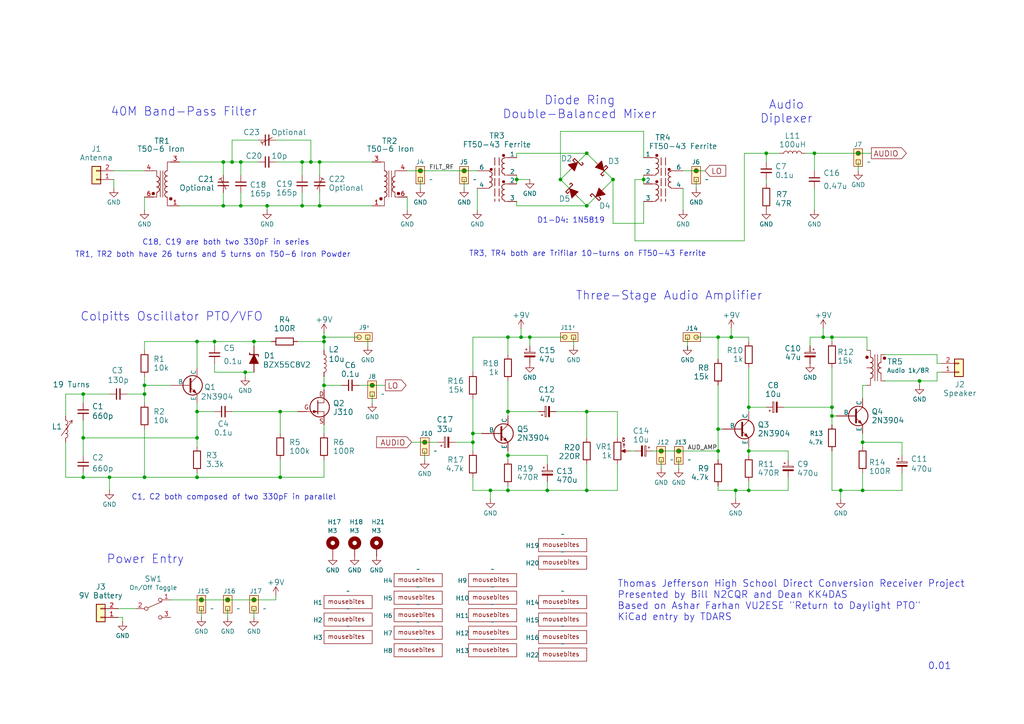
<source format=kicad_sch>
(kicad_sch (version 20250114) (generator "eeschema") (generator_version "9.0")
  (paper "A4")
  (lib_symbols
    (symbol "Connector_Generic:Conn_01x02" (pin_names (offset 1.016) (hide yes))
      (property "Reference" "J" (at 0 2.54 0))
      (property "Value" "Conn_01x02" (at 0 -5.08 0))
      (symbol "Conn_01x02_1_1"
        (pin passive line (at -5.08 0 0) (length 3.81) (name "Pin_1") (number "1"))
        (pin passive line (at -5.08 -2.54 0) (length 3.81) (name "Pin_2") (number "2"))
      )
    )
    (symbol "Device:C_Polarized_Small" (pin_numbers (hide yes)) (pin_names (offset 0.254) (hide yes))
      (property "Reference" "C" (at 0.254 1.778 0))
      (property "Value" "C_Polarized_Small" (at 0.254 -2.032 0))
      (symbol "C_Polarized_Small_1_1"
        (pin passive line (at 0 2.54 270) (length 1.8542) (name "~") (number "1"))
        (pin passive line (at 0 -2.54 90) (length 1.8542) (name "~") (number "2"))
      )
    )
    (symbol "Device:C_Small" (pin_numbers (hide yes)) (pin_names (offset 0.254) (hide yes))
      (property "Reference" "C" (at 0.254 1.778 0))
      (property "Value" "C_Small" (at 0.254 -2.032 0))
      (symbol "C_Small_1_1"
        (pin passive line (at 0 2.54 270) (length 2.032) (name "~") (number "1"))
        (pin passive line (at 0 -2.54 90) (length 2.032) (name "~") (number "2"))
      )
    )
    (symbol "Device:L" (pin_numbers (hide yes)) (pin_names (offset 1.016) (hide yes))
      (property "Reference" "L" (at -1.27 0 90))
      (property "Value" "L" (at 1.905 0 90))
      (symbol "L_1_1"
        (pin passive line (at 0 3.81 270) (length 1.27) (name "1") (number "1"))
        (pin passive line (at 0 -3.81 90) (length 1.27) (name "2") (number "2"))
      )
    )
    (symbol "Device:R" (pin_numbers (hide yes)) (pin_names (offset 0))
      (property "Reference" "R" (at 2.032 0 90))
      (property "Value" "R" (at 0 0 90))
      (symbol "R_1_1"
        (pin passive line (at 0 3.81 270) (length 1.27) (name "~") (number "1"))
        (pin passive line (at 0 -3.81 90) (length 1.27) (name "~") (number "2"))
      )
    )
    (symbol "Mechanical:MountingHole_Pad" (pin_numbers (hide yes)) (pin_names (offset 1.016) (hide yes)) (in_bom no)
      (property "Reference" "H" (at 0 6.35 0))
      (property "Value" "MountingHole_Pad" (at 0 4.445 0))
      (symbol "MountingHole_Pad_1_1"
        (pin input line (at 0 -2.54 90) (length 2.54) (name "1") (number "1"))
      )
    )
    (symbol "User_Global_Symbol_Library:2N3904-NPN-soldersmoke" (pin_numbers (hide yes)) (pin_names (offset 0))
      (property "Reference" "Q" (at 5.08 1.905 0))
      (property "Value" "2N3904-NPN-soldersmoke" (at 5.08 0 0))
      (symbol "2N3904-NPN-soldersmoke_1_1"
        (pin passive line (at -5.08 0 0) (length 5.715) (name "B") (number "2"))
        (pin passive line (at 2.54 5.08 270) (length 2.54) (name "C") (number "3"))
        (pin passive line (at 2.54 -5.08 90) (length 2.54) (name "E") (number "1"))
      )
    )
    (symbol "User_Global_Symbol_Library:C_Trim_Small" (pin_numbers (hide yes)) (pin_names (offset 0.254) (hide yes))
      (property "Reference" "C" (at 1.524 -2.032 0))
      (property "Value" "C_Trim_Small" (at 3.048 -3.556 0))
      (symbol "C_Trim_Small_1_1"
        (pin passive line (at 0 2.54 270) (length 2.032) (name "~") (number "2"))
        (pin passive line (at 0 -2.54 90) (length 2.032) (name "~") (number "1"))
      )
    )
    (symbol "User_Global_Symbol_Library:Conn-Inline-2way" (pin_numbers (hide yes)) (pin_names (hide yes))
      (property "Reference" "J" (at 0 0 0))
      (symbol "Conn-Inline-2way_1_1"
        (pin unspecified line (at 0 5.08 0) (length 0) (name "2") (number "2"))
        (pin unspecified line (at 0 2.54 0) (length 0) (name "1") (number "1"))
      )
    )
    (symbol "User_Global_Symbol_Library:D_Schottky_45_2pin" (pin_numbers (hide yes)) (pin_names (offset 1.016) (hide yes))
      (property "Reference" "D" (at 0 2.54 0))
      (property "Value" "D_Schottky" (at 0 -3.81 0))
      (symbol "D_Schottky_45_2pin_1_1"
        (pin passive line (at -1.27 -1.27 0) (length 0) (name "K") (number "1"))
        (pin passive line (at 1.27 1.27 0) (length 0) (name "A") (number "2"))
      )
    )
    (symbol "User_Global_Symbol_Library:D_Zener_soldersmoke" (pin_numbers (hide yes)) (pin_names (offset 1.016) (hide yes))
      (property "Reference" "D" (at 0 2.54 0))
      (property "Value" "D_Zener_soldersmoke" (at 0 -2.54 0))
      (symbol "D_Zener_soldersmoke_1_1"
        (pin passive line (at -3.81 0 0) (length 2.54) (name "K") (number "1"))
        (pin passive line (at 3.81 0 180) (length 2.54) (name "A") (number "2"))
      )
    )
    (symbol "User_Global_Symbol_Library:JFET-soldersmoke" (pin_numbers (hide yes)) (pin_names (hide yes))
      (property "Reference" "Q" (at 5.08 1.905 0))
      (property "Value" "JFET-soldersmoke" (at 5.08 0 0))
      (symbol "JFET-soldersmoke_1_1"
        (text "G" (at -2.54 0 0) (effects (font (size 1.27 1.27))))
        (text "D" (at 1.778 3.81 0) (effects (font (size 1.27 1.27))))
        (text "S" (at 1.778 -4.064 0) (effects (font (size 1.27 1.27))))
        (pin input line (at -5.08 -1.27 0) (length 2.54) (name "G") (number "3"))
        (pin passive line (at 2.54 5.08 270) (length 2.54) (name "D") (number "1"))
        (pin passive line (at 2.54 -5.08 90) (length 2.54) (name "S") (number "2"))
      )
    )
    (symbol "User_Global_Symbol_Library:R_Potentiometer_soldersmoke" (pin_numbers (hide yes)) (pin_names (offset 1.016) (hide yes))
      (property "Reference" "VR" (at -4.445 0 90))
      (property "Value" "R_Potentiometer_soldersmoke" (at -2.54 0 90))
      (symbol "R_Potentiometer_soldersmoke_1_1"
        (text "CW" (at 1.778 3.302 900) (effects (font (size 0.635 0.635))))
        (pin passive line (at 0 3.81 270) (length 1.27) (name "3") (number "3"))
        (pin passive line (at 0 -3.81 90) (length 1.27) (name "1") (number "1"))
        (pin passive line (at 3.81 0 180) (length 1.27) (name "2") (number "2"))
      )
    )
    (symbol "User_Global_Symbol_Library:SPDT" (pin_names (offset 0) (hide yes))
      (property "Reference" "SW" (at 0 4.318 0))
      (property "Value" "SPDT" (at 0 -5.08 0))
      (symbol "SPDT_1_1"
        (pin passive line (at -5.08 0 0) (length 2.54) (name "B") (number "2"))
        (pin passive line (at 5.08 2.54 180) (length 2.54) (name "A") (number "1"))
        (pin passive line (at 5.08 -2.54 180) (length 2.54) (name "C") (number "3"))
      )
    )
    (symbol "User_Global_Symbol_Library:mousebites" (pin_numbers (hide yes)) (pin_names (offset 0) (hide yes))
      (property "Reference" "H" (at 0 2.794 0))
      (symbol "mousebites_1_1"
        (text_box "mousebites" (at -6.35 1.27 0) (size 13.97 -3.81) (margins 1.016 1.016 1.016 1.016) (effects (font (size 1.27 1.27)) (justify left top)))
      )
    )
    (symbol "User_Global_Symbol_Library:soldersmoke-audio-transformer" (pin_numbers (hide yes)) (pin_names (hide yes))
      (property "Reference" "TR" (at 0 6.35 0))
      (property "Value" "soldersmoke-audio-transformer" (at 0.254 -8.128 0))
      (symbol "soldersmoke-audio-transformer_1_1"
        (pin passive line (at -2.54 3.81 0) (length 0) (name "~") (number "4"))
        (pin passive line (at -2.54 -3.81 0) (length 0) (name "~") (number "6"))
        (pin passive line (at 2.54 5.08 180) (length 0) (name "~") (number "1"))
        (pin passive line (at 2.54 0 180) (length 0) (name "~") (number "2"))
        (pin passive line (at 2.54 -5.08 180) (length 0) (name "~") (number "3"))
      )
    )
    (symbol "User_Global_Symbol_Library:soldersmoke-toroid-transformer-iron" (pin_names (hide yes))
      (property "Reference" "TR" (at 0 6.35 0))
      (property "Value" "soldersmoke-toroid-transformer-iron" (at 0.254 -8.128 0))
      (symbol "soldersmoke-toroid-transformer-iron_1_1"
        (pin passive line (at -5.08 3.81 0) (length 2.54) (name "~") (number "6"))
        (pin passive line (at -5.08 -3.81 0) (length 2.54) (name "~") (number "4"))
        (pin passive line (at 5.08 6.35 180) (length 2.54) (name "~") (number "1"))
        (pin passive line (at 5.08 -6.35 180) (length 2.54) (name "~") (number "3"))
      )
    )
    (symbol "User_Global_Symbol_Library:transformer-toroid-trifilar-soldersmoke" (pin_numbers (hide yes)) (pin_names (offset 0))
      (property "Reference" "TR" (at -0.762 9.398 0))
      (property "Value" "Transformer" (at 0 -10.16 0))
      (symbol "transformer-toroid-trifilar-soldersmoke_1_1"
        (pin passive line (at -6.35 6.35 0) (length 2.54) (name "1") (number "1"))
        (pin passive line (at -6.35 1.27 0) (length 2.54) (name "2") (number "2"))
        (pin passive line (at -6.35 -1.27 0) (length 2.54) (name "2") (number "2"))
        (pin passive line (at -6.35 -6.35 0) (length 2.54) (name "3") (number "3"))
        (pin passive line (at 5.08 2.54 180) (length 2.54) (name "6") (number "6"))
        (pin passive line (at 5.08 -2.54 180) (length 2.54) (name "4") (number "4"))
      )
    )
    (symbol "User_Global_Symbol_Library:variable-inductor-soldersmoke" (pin_numbers (hide yes)) (pin_names (offset 1.016) (hide yes))
      (property "Reference" "L" (at -1.905 0 90))
      (property "Value" "variable-inductor-soldersmoke" (at 3.175 0 90))
      (symbol "variable-inductor-soldersmoke_1_1"
        (pin passive line (at 0 3.81 270) (length 1.27) (name "2") (number "2"))
        (pin passive line (at 0 -3.81 90) (length 1.27) (name "1") (number "1"))
      )
    )
    (symbol "power:+9V" (power) (pin_numbers (hide yes)) (pin_names (offset 0) (hide yes))
      (property "Value" "+9V" (at 0 3.556 0))
      (symbol "+9V_1_1"
        (pin power_in line (at 0 0 90) (length 0) (name "~") (number "1"))
      )
    )
    (symbol "power:GND" (power) (pin_numbers (hide yes)) (pin_names (offset 0) (hide yes))
      (property "Value" "GND" (at 0 -3.81 0))
      (symbol "GND_1_1"
        (pin power_in line (at 0 0 270) (length 0) (name "~") (number "1"))
      )
    )
    (symbol "transformer-toroid-trifilar-soldersmoke_1" (pin_numbers (hide yes)) (pin_names (offset 0))
      (property "Reference" "TR" (at -0.762 9.398 0))
      (property "Value" "Transformer" (at 0 -10.16 0))
      (symbol "transformer-toroid-trifilar-soldersmoke_1_1_1"
        (pin passive line (at -6.35 6.35 0) (length 2.54) (name "1") (number "1"))
        (pin passive line (at -6.35 1.27 0) (length 2.54) (name "2") (number "2"))
        (pin passive line (at -6.35 -1.27 0) (length 2.54) (name "2") (number "2"))
        (pin passive line (at -6.35 -6.35 0) (length 2.54) (name "3") (number "3"))
        (pin passive line (at 5.08 2.54 180) (length 2.54) (name "6") (number "6"))
        (pin passive line (at 5.08 -2.54 180) (length 2.54) (name "4") (number "4"))
      )
    )
  )
  (text "Audio\nDiplexer" (at 228.092 32.512 0) (effects (font (size 2.5 2.5))))
  (text "Thomas Jefferson High School Direct Conversion Receiver Project\nPresented by Bill N2CQR and Dean KK4DAS\nBased on Ashar Farhan VU2ESE \"Return to Daylight PTO\"\nKiCad entry by TDARS" (at 179.07 174.244 0) (effects (font (size 2 2)) (justify left)))
  (text "Colpitts Oscillator PTO/VFO" (at 49.784 91.948 0) (effects (font (size 2.5 2.5))))
  (text "Three-Stage Audio Amplifier" (at 194.056 85.852 0) (effects (font (size 2.5 2.5))))
  (text "Power Entry" (at 42.164 162.306 0) (effects (font (size 2.5 2.5))))
  (text "C1, C2 both composed of two 330pF in parallel" (at 67.818 144.272 0) (effects (font (size 1.6 1.6))))
  (text "Diode Ring\nDouble-Balanced Mixer" (at 168.148 31.242 0) (effects (font (size 2.5 2.5))))
  (text "40M Band-Pass Filter" (at 53.34 32.512 0) (effects (font (size 2.5 2.5))))
  (text "C18, C19 are both two 330pF in series" (at 65.532 70.358 0) (effects (font (size 1.6 1.6))))
  (text "TR3, TR4 both are Trifilar 10-turns on FT50-43 Ferrite" (at 170.434 73.66 0) (effects (font (size 1.6 1.6))))
  (text "TR1, TR2 both have 26 turns and 5 turns on T50-6 Iron Powder" (at 61.722 73.914 0) (effects (font (size 1.6 1.6))))
  (text "0.01" (at 272.542 193.294 0) (effects (font (size 2 2))))
  (text "D1-D4: 1N5819" (at 165.608 64.008 0) (effects (font (size 1.6 1.6))))
  (junction (at 41.91 114.3))
  (junction (at 93.98 111.76))
  (junction (at 248.92 44.45))
  (junction (at 147.32 97.79))
  (junction (at 243.84 142.24))
  (junction (at 24.13 114.3))
  (junction (at 212.09 97.79))
  (junction (at 137.16 125.73))
  (junction (at 58.42 173.99))
  (junction (at 162.56 52.07))
  (junction (at 24.13 127))
  (junction (at 238.76 97.79))
  (junction (at 69.85 46.99))
  (junction (at 250.19 128.27))
  (junction (at 208.28 130.81))
  (junction (at 57.15 138.43))
  (junction (at 222.25 44.45))
  (junction (at 170.18 119.38))
  (junction (at 170.18 59.69))
  (junction (at 208.28 97.79))
  (junction (at 196.85 130.81))
  (junction (at 149.86 52.07))
  (junction (at 57.15 127))
  (junction (at 186.69 52.07))
  (junction (at 241.3 120.65))
  (junction (at 213.36 142.24))
  (junction (at 123.19 128.27))
  (junction (at 81.28 138.43))
  (junction (at 142.24 142.24))
  (junction (at 158.75 142.24))
  (junction (at 66.04 173.99))
  (junction (at 93.98 97.79))
  (junction (at 153.67 97.79))
  (junction (at 147.32 119.38))
  (junction (at 73.66 173.99))
  (junction (at 170.18 44.45))
  (junction (at 236.22 44.45))
  (junction (at 201.93 49.53))
  (junction (at 90.17 46.99))
  (junction (at 92.71 59.69))
  (junction (at 93.98 99.06))
  (junction (at 57.15 99.06))
  (junction (at 57.15 119.38))
  (junction (at 81.28 119.38))
  (junction (at 147.32 142.24))
  (junction (at 241.3 118.11))
  (junction (at 64.77 46.99))
  (junction (at 64.77 59.69))
  (junction (at 73.66 99.06))
  (junction (at 170.18 142.24))
  (junction (at 31.75 138.43))
  (junction (at 69.85 59.69))
  (junction (at 147.32 132.08))
  (junction (at 71.12 107.95))
  (junction (at 177.8 52.07))
  (junction (at 121.92 49.53))
  (junction (at 191.77 130.81))
  (junction (at 241.3 97.79))
  (junction (at 217.17 142.24))
  (junction (at 87.63 46.99))
  (junction (at 134.62 49.53))
  (junction (at 217.17 130.81))
  (junction (at 208.28 124.46))
  (junction (at 41.91 138.43))
  (junction (at 41.91 111.76))
  (junction (at 266.7 110.49))
  (junction (at 107.95 111.76))
  (junction (at 62.23 99.06))
  (junction (at 151.13 97.79))
  (junction (at 67.31 46.99))
  (junction (at 250.19 142.24))
  (junction (at 92.71 46.99))
  (junction (at 24.13 138.43))
  (junction (at 77.47 59.69))
  (junction (at 137.16 128.27))
  (junction (at 87.63 59.69))
  (junction (at 217.17 118.11))
  (wire (pts (xy 86.36 99.06) (xy 93.98 99.06)))
  (wire (pts (xy 104.14 111.76) (xy 107.95 111.76)))
  (wire (pts (xy 93.98 99.06) (xy 93.98 101.6)))
  (wire (pts (xy 41.91 57.15) (xy 41.91 60.96)))
  (wire (pts (xy 186.69 58.42) (xy 186.69 64.77)))
  (wire (pts (xy 241.3 120.65) (xy 242.57 120.65)))
  (wire (pts (xy 238.76 97.79) (xy 241.3 97.79)))
  (wire (pts (xy 227.33 118.11) (xy 241.3 118.11)))
  (wire (pts (xy 19.05 120.65) (xy 19.05 114.3)))
  (wire (pts (xy 41.91 111.76) (xy 41.91 114.3)))
  (wire (pts (xy 149.86 50.8) (xy 149.86 52.07)))
  (wire (pts (xy 251.46 97.79) (xy 241.3 97.79)))
  (wire (pts (xy 67.31 119.38) (xy 81.28 119.38)))
  (wire (pts (xy 33.02 52.07) (xy 33.02 54.61)))
  (wire (pts (xy 66.04 179.07) (xy 66.04 176.53)))
  (wire (pts (xy 24.13 127) (xy 57.15 127)))
  (wire (pts (xy 93.98 97.79) (xy 104.14 97.79)))
  (wire (pts (xy 24.13 138.43) (xy 24.13 137.16)))
  (wire (pts (xy 81.28 138.43) (xy 93.98 138.43)))
  (wire (pts (xy 215.9 69.85) (xy 215.9 44.45)))
  (wire (pts (xy 106.68 100.33) (xy 106.68 97.79)))
  (wire (pts (xy 208.28 124.46) (xy 208.28 130.81)))
  (wire (pts (xy 243.84 142.24) (xy 250.19 142.24)))
  (wire (pts (xy 153.67 97.79) (xy 151.13 97.79)))
  (wire (pts (xy 250.19 128.27) (xy 250.19 129.54)))
  (wire (pts (xy 90.17 40.64) (xy 90.17 46.99)))
  (wire (pts (xy 158.75 142.24) (xy 158.75 139.7)))
  (wire (pts (xy 271.78 102.87) (xy 271.78 105.41)))
  (wire (pts (xy 158.75 142.24) (xy 170.18 142.24)))
  (wire (pts (xy 67.31 46.99) (xy 69.85 46.99)))
  (wire (pts (xy 80.01 173.99) (xy 73.66 173.99)))
  (wire (pts (xy 41.91 99.06) (xy 57.15 99.06)))
  (wire (pts (xy 179.07 127) (xy 179.07 119.38)))
  (wire (pts (xy 236.22 44.45) (xy 248.92 44.45)))
  (wire (pts (xy 217.17 142.24) (xy 228.6 142.24)))
  (wire (pts (xy 234.95 100.33) (xy 234.95 97.79)))
  (wire (pts (xy 186.69 50.8) (xy 186.69 52.07)))
  (wire (pts (xy 123.19 133.35) (xy 123.19 130.81)))
  (wire (pts (xy 166.37 100.33) (xy 166.37 97.79)))
  (wire (pts (xy 132.08 128.27) (xy 137.16 128.27)))
  (wire (pts (xy 217.17 97.79) (xy 217.17 99.06)))
  (wire (pts (xy 201.93 97.79) (xy 208.28 97.79)))
  (wire (pts (xy 34.29 179.07) (xy 35.56 179.07)))
  (wire (pts (xy 64.77 59.69) (xy 69.85 59.69)))
  (wire (pts (xy 121.92 49.53) (xy 134.62 49.53)))
  (wire (pts (xy 149.86 44.45) (xy 170.18 44.45)))
  (wire (pts (xy 33.02 49.53) (xy 41.91 49.53)))
  (wire (pts (xy 196.85 135.89) (xy 196.85 133.35)))
  (wire (pts (xy 170.18 134.62) (xy 170.18 142.24)))
  (wire (pts (xy 170.18 59.69) (xy 172.72 57.15)))
  (wire (pts (xy 179.07 134.62) (xy 179.07 142.24)))
  (wire (pts (xy 243.84 142.24) (xy 243.84 144.78)))
  (wire (pts (xy 250.19 111.76) (xy 251.46 111.76)))
  (wire (pts (xy 179.07 142.24) (xy 170.18 142.24)))
  (wire (pts (xy 184.15 69.85) (xy 215.9 69.85)))
  (wire (pts (xy 208.28 142.24) (xy 213.36 142.24)))
  (wire (pts (xy 62.23 99.06) (xy 57.15 99.06)))
  (wire (pts (xy 57.15 116.84) (xy 57.15 119.38)))
  (wire (pts (xy 151.13 97.79) (xy 147.32 97.79)))
  (wire (pts (xy 217.17 130.81) (xy 217.17 132.08)))
  (wire (pts (xy 41.91 109.22) (xy 41.91 111.76)))
  (wire (pts (xy 80.01 40.64) (xy 90.17 40.64)))
  (wire (pts (xy 147.32 110.49) (xy 147.32 119.38)))
  (wire (pts (xy 271.78 107.95) (xy 271.78 110.49)))
  (wire (pts (xy 236.22 54.61) (xy 236.22 60.96)))
  (wire (pts (xy 62.23 107.95) (xy 71.12 107.95)))
  (wire (pts (xy 66.04 173.99) (xy 58.42 173.99)))
  (wire (pts (xy 137.16 107.95) (xy 137.16 97.79)))
  (wire (pts (xy 57.15 138.43) (xy 41.91 138.43)))
  (wire (pts (xy 250.19 125.73) (xy 250.19 128.27)))
  (wire (pts (xy 73.66 173.99) (xy 66.04 173.99)))
  (wire (pts (xy 241.3 120.65) (xy 241.3 123.19)))
  (wire (pts (xy 142.24 142.24) (xy 147.32 142.24)))
  (wire (pts (xy 266.7 110.49) (xy 256.54 110.49)))
  (wire (pts (xy 149.86 52.07) (xy 153.67 52.07)))
  (wire (pts (xy 92.71 46.99) (xy 107.95 46.99)))
  (wire (pts (xy 87.63 55.88) (xy 87.63 59.69)))
  (wire (pts (xy 236.22 44.45) (xy 236.22 49.53)))
  (wire (pts (xy 149.86 59.69) (xy 170.18 59.69)))
  (wire (pts (xy 189.23 130.81) (xy 191.77 130.81)))
  (wire (pts (xy 241.3 130.81) (xy 241.3 142.24)))
  (wire (pts (xy 57.15 119.38) (xy 57.15 127)))
  (wire (pts (xy 137.16 97.79) (xy 147.32 97.79)))
  (wire (pts (xy 137.16 128.27) (xy 137.16 130.81)))
  (wire (pts (xy 198.12 49.53) (xy 201.93 49.53)))
  (wire (pts (xy 31.75 138.43) (xy 24.13 138.43)))
  (wire (pts (xy 186.69 52.07) (xy 186.69 53.34)))
  (wire (pts (xy 217.17 106.68) (xy 217.17 118.11)))
  (wire (pts (xy 217.17 118.11) (xy 217.17 119.38)))
  (wire (pts (xy 41.91 111.76) (xy 49.53 111.76)))
  (wire (pts (xy 57.15 138.43) (xy 81.28 138.43)))
  (wire (pts (xy 24.13 121.92) (xy 24.13 127)))
  (wire (pts (xy 57.15 127) (xy 57.15 129.54)))
  (wire (pts (xy 121.92 54.61) (xy 121.92 52.07)))
  (wire (pts (xy 147.32 130.81) (xy 147.32 132.08)))
  (wire (pts (xy 58.42 179.07) (xy 58.42 176.53)))
  (wire (pts (xy 250.19 142.24) (xy 250.19 137.16)))
  (wire (pts (xy 80.01 172.72) (xy 80.01 173.99)))
  (wire (pts (xy 248.92 49.53) (xy 248.92 46.99)))
  (wire (pts (xy 36.83 114.3) (xy 41.91 114.3)))
  (wire (pts (xy 41.91 138.43) (xy 31.75 138.43)))
  (wire (pts (xy 151.13 95.25) (xy 151.13 97.79)))
  (wire (pts (xy 201.93 49.53) (xy 204.47 49.53)))
  (wire (pts (xy 138.43 54.61) (xy 138.43 60.96)))
  (wire (pts (xy 41.91 114.3) (xy 41.91 116.84)))
  (wire (pts (xy 149.86 58.42) (xy 149.86 59.69)))
  (wire (pts (xy 186.69 38.1) (xy 162.56 38.1)))
  (wire (pts (xy 57.15 137.16) (xy 57.15 138.43)))
  (wire (pts (xy 175.26 54.61) (xy 177.8 52.07)))
  (wire (pts (xy 58.42 173.99) (xy 49.53 173.99)))
  (wire (pts (xy 212.09 95.25) (xy 212.09 97.79)))
  (wire (pts (xy 191.77 135.89) (xy 191.77 133.35)))
  (wire (pts (xy 19.05 128.27) (xy 19.05 138.43)))
  (wire (pts (xy 71.12 107.95) (xy 71.12 109.22)))
  (wire (pts (xy 273.05 107.95) (xy 271.78 107.95)))
  (wire (pts (xy 93.98 111.76) (xy 93.98 113.03)))
  (wire (pts (xy 107.95 116.84) (xy 107.95 114.3)))
  (wire (pts (xy 62.23 99.06) (xy 62.23 100.33)))
  (wire (pts (xy 73.66 179.07) (xy 73.66 176.53)))
  (wire (pts (xy 217.17 129.54) (xy 217.17 130.81)))
  (wire (pts (xy 80.01 46.99) (xy 87.63 46.99)))
  (wire (pts (xy 93.98 109.22) (xy 93.98 111.76)))
  (wire (pts (xy 64.77 46.99) (xy 67.31 46.99)))
  (wire (pts (xy 64.77 55.88) (xy 64.77 59.69)))
  (wire (pts (xy 201.93 54.61) (xy 201.93 52.07)))
  (wire (pts (xy 208.28 111.76) (xy 208.28 124.46)))
  (wire (pts (xy 228.6 130.81) (xy 217.17 130.81)))
  (wire (pts (xy 215.9 44.45) (xy 222.25 44.45)))
  (wire (pts (xy 19.05 138.43) (xy 24.13 138.43)))
  (wire (pts (xy 217.17 139.7) (xy 217.17 142.24)))
  (wire (pts (xy 81.28 119.38) (xy 86.36 119.38)))
  (wire (pts (xy 147.32 119.38) (xy 156.21 119.38)))
  (wire (pts (xy 241.3 142.24) (xy 243.84 142.24)))
  (wire (pts (xy 93.98 97.79) (xy 93.98 99.06)))
  (wire (pts (xy 222.25 53.34) (xy 222.25 52.07)))
  (wire (pts (xy 118.11 49.53) (xy 121.92 49.53)))
  (wire (pts (xy 87.63 46.99) (xy 90.17 46.99)))
  (wire (pts (xy 198.12 54.61) (xy 198.12 60.96)))
  (wire (pts (xy 69.85 46.99) (xy 74.93 46.99)))
  (wire (pts (xy 31.75 138.43) (xy 31.75 142.24)))
  (wire (pts (xy 118.11 57.15) (xy 118.11 60.96)))
  (wire (pts (xy 93.98 96.52) (xy 93.98 97.79)))
  (wire (pts (xy 170.18 59.69) (xy 167.64 57.15)))
  (wire (pts (xy 208.28 130.81) (xy 208.28 133.35)))
  (wire (pts (xy 69.85 59.69) (xy 69.85 55.88)))
  (wire (pts (xy 93.98 111.76) (xy 99.06 111.76)))
  (wire (pts (xy 41.91 124.46) (xy 41.91 138.43)))
  (wire (pts (xy 261.62 132.08) (xy 261.62 128.27)))
  (wire (pts (xy 261.62 128.27) (xy 250.19 128.27)))
  (wire (pts (xy 184.15 52.07) (xy 184.15 69.85)))
  (wire (pts (xy 147.32 132.08) (xy 147.32 133.35)))
  (wire (pts (xy 271.78 105.41) (xy 273.05 105.41)))
  (wire (pts (xy 179.07 119.38) (xy 170.18 119.38)))
  (wire (pts (xy 149.86 52.07) (xy 149.86 53.34)))
  (wire (pts (xy 137.16 142.24) (xy 142.24 142.24)))
  (wire (pts (xy 191.77 130.81) (xy 196.85 130.81)))
  (wire (pts (xy 233.68 44.45) (xy 236.22 44.45)))
  (wire (pts (xy 147.32 97.79) (xy 147.32 102.87)))
  (wire (pts (xy 137.16 125.73) (xy 137.16 128.27)))
  (wire (pts (xy 24.13 127) (xy 24.13 132.08)))
  (wire (pts (xy 186.69 64.77) (xy 177.8 64.77)))
  (wire (pts (xy 134.62 49.53) (xy 138.43 49.53)))
  (wire (pts (xy 158.75 134.62) (xy 158.75 132.08)))
  (wire (pts (xy 52.07 46.99) (xy 64.77 46.99)))
  (wire (pts (xy 93.98 123.19) (xy 93.98 125.73)))
  (wire (pts (xy 137.16 125.73) (xy 139.7 125.73)))
  (wire (pts (xy 238.76 95.25) (xy 238.76 97.79)))
  (wire (pts (xy 251.46 101.6) (xy 251.46 97.79)))
  (wire (pts (xy 234.95 97.79) (xy 238.76 97.79)))
  (wire (pts (xy 73.66 99.06) (xy 73.66 100.33)))
  (wire (pts (xy 162.56 38.1) (xy 162.56 52.07)))
  (wire (pts (xy 149.86 45.72) (xy 149.86 44.45)))
  (wire (pts (xy 186.69 45.72) (xy 186.69 38.1)))
  (wire (pts (xy 212.09 97.79) (xy 217.17 97.79)))
  (wire (pts (xy 228.6 133.35) (xy 228.6 130.81)))
  (wire (pts (xy 147.32 142.24) (xy 158.75 142.24)))
  (wire (pts (xy 213.36 142.24) (xy 213.36 144.78)))
  (wire (pts (xy 175.26 49.53) (xy 177.8 52.07)))
  (wire (pts (xy 87.63 59.69) (xy 92.71 59.69)))
  (wire (pts (xy 74.93 40.64) (xy 67.31 40.64)))
  (wire (pts (xy 24.13 114.3) (xy 24.13 116.84)))
  (wire (pts (xy 137.16 115.57) (xy 137.16 125.73)))
  (wire (pts (xy 256.54 102.87) (xy 271.78 102.87)))
  (wire (pts (xy 57.15 119.38) (xy 62.23 119.38)))
  (wire (pts (xy 123.19 128.27) (xy 127 128.27)))
  (wire (pts (xy 69.85 46.99) (xy 69.85 50.8)))
  (wire (pts (xy 241.3 118.11) (xy 241.3 120.65)))
  (wire (pts (xy 41.91 101.6) (xy 41.91 99.06)))
  (wire (pts (xy 208.28 104.14) (xy 208.28 97.79)))
  (wire (pts (xy 199.39 100.33) (xy 199.39 97.79)))
  (wire (pts (xy 57.15 99.06) (xy 57.15 106.68)))
  (wire (pts (xy 153.67 100.33) (xy 153.67 97.79)))
  (wire (pts (xy 92.71 59.69) (xy 107.95 59.69)))
  (wire (pts (xy 158.75 132.08) (xy 147.32 132.08)))
  (wire (pts (xy 35.56 179.07) (xy 35.56 180.34)))
  (wire (pts (xy 87.63 46.99) (xy 87.63 50.8)))
  (wire (pts (xy 78.74 99.06) (xy 73.66 99.06)))
  (wire (pts (xy 69.85 59.69) (xy 77.47 59.69)))
  (wire (pts (xy 170.18 44.45) (xy 172.72 46.99)))
  (wire (pts (xy 167.64 46.99) (xy 170.18 44.45)))
  (wire (pts (xy 271.78 110.49) (xy 266.7 110.49)))
  (wire (pts (xy 217.17 118.11) (xy 222.25 118.11)))
  (wire (pts (xy 208.28 140.97) (xy 208.28 142.24)))
  (wire (pts (xy 209.55 124.46) (xy 208.28 124.46)))
  (wire (pts (xy 134.62 54.61) (xy 134.62 52.07)))
  (wire (pts (xy 64.77 46.99) (xy 64.77 50.8)))
  (wire (pts (xy 71.12 107.95) (xy 73.66 107.95)))
  (wire (pts (xy 186.69 52.07) (xy 184.15 52.07)))
  (wire (pts (xy 241.3 106.68) (xy 241.3 118.11)))
  (wire (pts (xy 73.66 99.06) (xy 62.23 99.06)))
  (wire (pts (xy 34.29 176.53) (xy 39.37 176.53)))
  (wire (pts (xy 92.71 46.99) (xy 92.71 50.8)))
  (wire (pts (xy 177.8 64.77) (xy 177.8 52.07)))
  (wire (pts (xy 261.62 142.24) (xy 250.19 142.24)))
  (wire (pts (xy 31.75 114.3) (xy 24.13 114.3)))
  (wire (pts (xy 147.32 119.38) (xy 147.32 120.65)))
  (wire (pts (xy 266.7 110.49) (xy 266.7 111.76)))
  (wire (pts (xy 213.36 142.24) (xy 217.17 142.24)))
  (wire (pts (xy 77.47 59.69) (xy 77.47 60.96)))
  (wire (pts (xy 261.62 137.16) (xy 261.62 142.24)))
  (wire (pts (xy 67.31 40.64) (xy 67.31 46.99)))
  (wire (pts (xy 196.85 130.81) (xy 208.28 130.81)))
  (wire (pts (xy 147.32 140.97) (xy 147.32 142.24)))
  (wire (pts (xy 170.18 119.38) (xy 170.18 127)))
  (wire (pts (xy 81.28 133.35) (xy 81.28 138.43)))
  (wire (pts (xy 248.92 44.45) (xy 252.73 44.45)))
  (wire (pts (xy 19.05 114.3) (xy 24.13 114.3)))
  (wire (pts (xy 222.25 44.45) (xy 226.06 44.45)))
  (wire (pts (xy 184.15 130.81) (xy 182.88 130.81)))
  (wire (pts (xy 208.28 97.79) (xy 212.09 97.79)))
  (wire (pts (xy 161.29 119.38) (xy 170.18 119.38)))
  (wire (pts (xy 222.25 44.45) (xy 222.25 46.99)))
  (wire (pts (xy 228.6 142.24) (xy 228.6 138.43)))
  (wire (pts (xy 90.17 46.99) (xy 92.71 46.99)))
  (wire (pts (xy 137.16 138.43) (xy 137.16 142.24)))
  (wire (pts (xy 107.95 111.76) (xy 111.76 111.76)))
  (wire (pts (xy 153.67 97.79) (xy 163.83 97.79)))
  (wire (pts (xy 162.56 52.07) (xy 165.1 54.61)))
  (wire (pts (xy 162.56 52.07) (xy 165.1 49.53)))
  (wire (pts (xy 250.19 111.76) (xy 250.19 115.57)))
  (wire (pts (xy 142.24 142.24) (xy 142.24 144.78)))
  (wire (pts (xy 93.98 133.35) (xy 93.98 138.43)))
  (wire (pts (xy 62.23 105.41) (xy 62.23 107.95)))
  (wire (pts (xy 81.28 119.38) (xy 81.28 125.73)))
  (wire (pts (xy 119.38 128.27) (xy 123.19 128.27)))
  (wire (pts (xy 92.71 55.88) (xy 92.71 59.69)))
  (wire (pts (xy 77.47 59.69) (xy 87.63 59.69)))
  (wire (pts (xy 52.07 59.69) (xy 64.77 59.69)))
  (wire (pts (xy 241.3 97.79) (xy 241.3 99.06)))
  (label "FILT_RF" (at 124.46 49.53 0))
  (label "AUD_AMP" (at 199.39 130.81 0))
  (global_label "LO" (shape output) (at 111.76 111.76 0) (effects (font (size 1.6 1.6))) (property "Intersheetrefs" "${INTERSHEET_REFS}" (effects (hide yes))))
  (global_label "LO" (shape input) (at 204.47 49.53 0) (effects (font (size 1.6 1.6))) (property "Intersheetrefs" "${INTERSHEET_REFS}" (effects (hide yes))))
  (global_label "AUDIO" (shape output) (at 252.73 44.45 0) (effects (font (size 1.6 1.6))) (property "Intersheetrefs" "${INTERSHEET_REFS}" (effects (hide yes))))
  (global_label "AUDIO" (shape input) (at 119.38 128.27 180) (effects (font (size 1.6 1.6))) (property "Intersheetrefs" "${INTERSHEET_REFS}" (effects (hide yes))))
  (symbol (lib_id "power:GND") (at 198.12 60.96 0) (unit 1)
    (property "Reference" "#PWR05" (effects (hide yes)))
    (property "Value" "GND" (at 198.12 65.024 0))
    (property "Description" "Power symbol creates a global label with name \"GND\" , ground" (effects (hide yes)))
  )
  (symbol (lib_id "User_Global_Symbol_Library:D_Schottky_45_2pin") (at 166.37 55.88 270) (unit 1)
    (property "Reference" "D5" (at 162.052 57.658 90) (effects (font (size 1.6 1.6)) (justify left)))
    (property "Value" "1N5819" (effects (hide yes)))
    (property "Footprint" "User_Global_Library:D_DO-41_SOD81_P10.16mm_Horizontal_soldersmoke" (effects (hide yes)))
    (property "Description" "Schottky diode" (effects (hide yes)))
  )
  (symbol (lib_id "Device:C_Polarized_Small") (at 158.75 119.38 90) (unit 1)
    (property "Reference" "C12" (at 158.496 113.03 90) (effects (font (size 1.6 1.6))))
    (property "Value" "47u" (at 158.75 115.824 90) (effects (font (size 1.6 1.6))))
    (property "Footprint" "User_Global_Library:CP_Radial_D5.0mm_P2.50mm" (effects (hide yes)))
    (property "Description" "Polarized capacitor, small symbol" (effects (hide yes)))
  )
  (symbol (lib_id "Device:R") (at 147.32 106.68 0) (mirror y) (unit 1)
    (property "Reference" "R18" (at 144.78 105.4099 0) (effects (font (size 1.6 1.6)) (justify left)))
    (property "Value" "1k" (at 144.78 107.9499 0) (effects (font (size 1.6 1.6)) (justify left)))
    (property "Footprint" "Resistor_THT:R_Axial_DIN0207_L6.3mm_D2.5mm_P10.16mm_Horizontal" (effects (hide yes)))
    (property "Description" "Resistor" (effects (hide yes)))
  )
  (symbol (lib_id "Device:R") (at 250.19 133.35 0) (unit 1)
    (property "Reference" "R14" (at 251.968 134.112 0) (effects (font (size 1.6 1.6)) (justify left)))
    (property "Value" "100R" (at 251.968 136.652 0) (effects (font (size 1.6 1.6)) (justify left)))
    (property "Footprint" "Resistor_THT:R_Axial_DIN0207_L6.3mm_D2.5mm_P10.16mm_Horizontal" (effects (hide yes)))
    (property "Description" "Resistor" (effects (hide yes)))
  )
  (symbol (lib_id "Device:C_Polarized_Small") (at 228.6 135.89 0) (unit 1)
    (property "Reference" "C9" (at 231.14 134.62 0) (effects (font (size 1.6 1.6)) (justify left)))
    (property "Value" "470u" (at 231.14 137.2489 0) (effects (font (size 1.6 1.6)) (justify left)))
    (property "Footprint" "User_Global_Library:CP_Radial_D8mm_P3.5mm" (effects (hide yes)))
    (property "Description" "Polarized capacitor, small symbol" (effects (hide yes)))
  )
  (symbol (lib_id "User_Global_Symbol_Library:2N3904-NPN-soldersmoke") (at 54.61 111.76 0) (unit 1)
    (property "Reference" "Q1" (at 59.182 112.268 0) (effects (font (size 1.6 1.6)) (justify left)))
    (property "Value" "2N3904" (at 58.166 115.062 0) (effects (font (size 1.6 1.6)) (justify left)))
    (property "Footprint" "User_Global_Library:TO-92-soldersmoke" (effects (hide yes)))
    (property "Description" "0.2A Ic, 40V Vce, Small Signal NPN Transistor, TO-92" (effects (hide yes)))
  )
  (symbol (lib_id "Device:R") (at 217.17 102.87 0) (mirror y) (unit 1)
    (property "Reference" "R10" (at 215.646 101.6 0) (effects (font (size 1.6 1.6)) (justify left)))
    (property "Value" "1k" (at 215.646 104.14 0) (effects (font (size 1.6 1.6)) (justify left)))
    (property "Footprint" "Resistor_THT:R_Axial_DIN0207_L6.3mm_D2.5mm_P10.16mm_Horizontal" (effects (hide yes)))
    (property "Description" "Resistor" (effects (hide yes)))
  )
  (symbol (lib_id "Device:R") (at 241.3 102.87 0) (mirror y) (unit 1)
    (property "Reference" "R12" (at 242.824 102.108 0) (effects (font (size 1.6 1.6)) (justify right)))
    (property "Value" "15k" (at 242.824 104.648 0) (effects (font (size 1.6 1.6)) (justify right)))
    (property "Footprint" "Resistor_THT:R_Axial_DIN0207_L6.3mm_D2.5mm_P10.16mm_Horizontal" (effects (hide yes)))
    (property "Description" "Resistor" (effects (hide yes)))
  )
  (symbol (lib_id "power:GND") (at 236.22 60.96 0) (unit 1)
    (property "Reference" "#PWR09" (effects (hide yes)))
    (property "Value" "GND" (at 236.22 65.024 0))
    (property "Description" "Power symbol creates a global label with name \"GND\" , ground" (effects (hide yes)))
  )
  (symbol (lib_id "User_Global_Symbol_Library:Conn-Inline-2way") (at 121.92 54.61 0) (unit 1) (in_bom no)
    (property "Reference" "J4" (at 120.65 46.99 0) (effects (justify left)))
    (property "Value" "~" (at 124.46 52.07 0) (effects (justify left)))
    (property "Footprint" "User_Global_Library:PinHeader_1x02_P2.54mm_Vertical" (effects (hide yes)))
  )
  (symbol (lib_id "Device:R") (at 222.25 57.15 0) (unit 1)
    (property "Reference" "R7" (at 225.044 56.388 0) (effects (font (size 1.6 1.6)) (justify left)))
    (property "Value" "47R" (at 224.79 59.055 0) (effects (font (size 1.6 1.6)) (justify left)))
    (property "Footprint" "Resistor_THT:R_Axial_DIN0207_L6.3mm_D2.5mm_P10.16mm_Horizontal" (effects (hide yes)))
    (property "Description" "Resistor" (effects (hide yes)))
  )
  (symbol (lib_id "Connector_Generic:Conn_01x02") (at 27.94 52.07 180) (unit 1)
    (property "Reference" "J1" (at 27.94 43.18 0) (effects (font (size 1.6 1.6))))
    (property "Value" "Antenna" (at 27.94 45.72 0) (effects (font (size 1.6 1.6))))
    (property "Footprint" "User_Global_Library:TerminalBlock_2way-3.5-3.81mm" (effects (hide yes)))
    (property "Description" "Generic connector, single row, 01x02, script generated (kicad-library-utils/schlib/autogen/connector/)" (effects (hide yes)))
  )
  (symbol (lib_id "power:GND") (at 118.11 60.96 0) (unit 1)
    (property "Reference" "#PWR07" (effects (hide yes)))
    (property "Value" "GND" (at 118.11 65.024 0))
    (property "Description" "Power symbol creates a global label with name \"GND\" , ground" (effects (hide yes)))
  )
  (symbol (lib_id "User_Global_Symbol_Library:mousebites") (at 162.56 189.23 0) (unit 1) (in_bom no)
    (property "Reference" "H22" (at 154.432 189.992 0))
    (property "Value" "~" (at 163.195 186.69 0))
    (property "Footprint" "User_Global_Library:mousebites-imperial-5" (effects (hide yes)))
  )
  (symbol (lib_id "Device:R") (at 170.18 130.81 0) (mirror y) (unit 1)
    (property "Reference" "R20" (at 168.402 129.794 0) (effects (font (size 1.6 1.6)) (justify left)))
    (property "Value" "220R" (at 168.402 132.334 0) (effects (font (size 1.6 1.6)) (justify left)))
    (property "Footprint" "Resistor_THT:R_Axial_DIN0207_L6.3mm_D2.5mm_P10.16mm_Horizontal" (effects (hide yes)))
    (property "Description" "Resistor" (effects (hide yes)))
  )
  (symbol (lib_id "Device:C_Polarized_Small") (at 186.69 130.81 270) (unit 1)
    (property "Reference" "C14" (at 185.928 124.968 90) (effects (font (size 1.6 1.6))))
    (property "Value" "10u" (at 185.928 127.508 90) (effects (font (size 1.6 1.6))))
    (property "Footprint" "User_Global_Library:CP_Radial_D5.0mm_P2.50mm" (effects (hide yes)))
    (property "Description" "Polarized capacitor, small symbol" (effects (hide yes)))
  )
  (symbol (lib_id "User_Global_Symbol_Library:Conn-Inline-2way") (at 191.77 135.89 0) (unit 1) (in_bom no)
    (property "Reference" "J12" (at 190.5 128.27 0) (effects (justify left)))
    (property "Value" "~" (at 194.31 133.35 0) (effects (justify left)))
    (property "Footprint" "User_Global_Library:PinHeader_1x02_P2.54mm_Vertical" (effects (hide yes)))
  )
  (symbol (lib_id "User_Global_Symbol_Library:JFET-soldersmoke") (at 91.44 118.11 0) (unit 1)
    (property "Reference" "Q2" (at 96.52 116.9669 0) (effects (font (size 1.6 1.6)) (justify left)))
    (property "Value" "J310" (at 96.52 119.5069 0) (effects (font (size 1.6 1.6)) (justify left)))
    (property "Footprint" "User_Global_Library:TO-92-JFET-soldersmoke" (effects (hide yes)))
  )
  (symbol (lib_id "Device:C_Small") (at 24.13 134.62 0) (unit 1)
    (property "Reference" "C2" (at 26.67 132.7213 0) (effects (font (size 1.6 1.6)) (justify left)))
    (property "Value" "660p" (at 26.67 135.89 0) (effects (font (size 1.6 1.6)) (justify left)))
    (property "Footprint" "User_Global_Library:C_Disc_Parallel_plus_1206_SMD_D3.0mm_W1.6mm_P5.0" (effects (hide yes)))
    (property "Description" "Unpolarized capacitor, small symbol" (effects (hide yes)))
  )
  (symbol (lib_id "User_Global_Symbol_Library:mousebites") (at 120.65 182.88 0) (unit 1) (in_bom no)
    (property "Reference" "H7" (at 112.522 183.642 0))
    (property "Value" "~" (at 121.285 180.34 0))
    (property "Footprint" "User_Global_Library:mousebites-imperial-5" (effects (hide yes)))
  )
  (symbol (lib_id "User_Global_Symbol_Library:mousebites") (at 142.24 177.8 0) (unit 1) (in_bom no)
    (property "Reference" "H11" (at 134.112 178.562 0))
    (property "Value" "~" (at 142.875 175.26 0))
    (property "Footprint" "User_Global_Library:mousebites-imperial-5" (effects (hide yes)))
  )
  (symbol (lib_id "power:GND") (at 213.36 144.78 0) (unit 1)
    (property "Reference" "#PWR015" (effects (hide yes)))
    (property "Value" "GND" (at 213.36 148.844 0))
    (property "Description" "Power symbol creates a global label with name \"GND\" , ground" (effects (hide yes)))
  )
  (symbol (lib_id "Mechanical:MountingHole_Pad") (at 96.52 158.75 0) (unit 1) (in_bom no)
    (property "Reference" "H17" (at 94.996 151.384 0) (effects (justify left)))
    (property "Value" "M3" (at 94.996 153.924 0) (effects (justify left)))
    (property "Footprint" "MountingHole:MountingHole_3.2mm_M3_Pad" (effects (hide yes)))
    (property "Description" "Mounting Hole with connection" (effects (hide yes)))
  )
  (symbol (lib_id "Device:C_Small") (at 101.6 111.76 90) (unit 1)
    (property "Reference" "C6" (at 101.6 105.918 90) (effects (font (size 1.6 1.6))))
    (property "Value" "0.1u" (at 101.6 108.458 90) (effects (font (size 1.6 1.6))))
    (property "Footprint" "User_Global_Library:C_Disc_D3.0mm_W1.6mm_P5.0" (effects (hide yes)))
    (property "Description" "Unpolarized capacitor, small symbol" (effects (hide yes)))
  )
  (symbol (lib_id "User_Global_Symbol_Library:2N3904-NPN-soldersmoke") (at 214.63 124.46 0) (unit 1)
    (property "Reference" "Q3" (at 219.71 123.1899 0) (effects (font (size 1.6 1.6)) (justify left)))
    (property "Value" "2N3904" (at 219.71 125.7299 0) (effects (font (size 1.6 1.6)) (justify left)))
    (property "Footprint" "User_Global_Library:TO-92-soldersmoke" (effects (hide yes)))
    (property "Description" "0.2A Ic, 40V Vce, Small Signal NPN Transistor, TO-92" (effects (hide yes)))
  )
  (symbol (lib_id "power:GND") (at 41.91 60.96 0) (unit 1)
    (property "Reference" "#PWR06" (effects (hide yes)))
    (property "Value" "GND" (at 41.91 65.024 0))
    (property "Description" "Power symbol creates a global label with name \"GND\" , ground" (effects (hide yes)))
  )
  (symbol (lib_id "power:GND") (at 134.62 54.61 0) (unit 1)
    (property "Reference" "#PWR025" (effects (hide yes)))
    (property "Value" "GND" (at 134.62 58.674 0))
    (property "Description" "Power symbol creates a global label with name \"GND\" , ground" (effects (hide yes)))
  )
  (symbol (lib_id "User_Global_Symbol_Library:2N3904-NPN-soldersmoke") (at 247.65 120.65 0) (unit 1)
    (property "Reference" "Q4" (at 252.73 119.3799 0) (effects (font (size 1.6 1.6)) (justify left)))
    (property "Value" "2N3904" (at 252.73 121.9199 0) (effects (font (size 1.6 1.6)) (justify left)))
    (property "Footprint" "User_Global_Library:TO-92-soldersmoke" (effects (hide yes)))
    (property "Description" "0.2A Ic, 40V Vce, Small Signal NPN Transistor, TO-92" (effects (hide yes)))
  )
  (symbol (lib_id "Device:C_Polarized_Small") (at 158.75 137.16 0) (unit 1)
    (property "Reference" "C13" (at 161.29 136.652 0) (effects (font (size 1.6 1.6)) (justify left)))
    (property "Value" "470u" (at 161.29 139.192 0) (effects (font (size 1.6 1.6)) (justify left)))
    (property "Footprint" "User_Global_Library:CP_Radial_D8mm_P3.5mm" (effects (hide yes)))
    (property "Description" "Polarized capacitor, small symbol" (effects (hide yes)))
  )
  (symbol (lib_id "User_Global_Symbol_Library:soldersmoke-toroid-transformer-iron") (at 46.99 53.34 0) (mirror x) (unit 1)
    (property "Reference" "TR1" (at 46.99 40.894 0) (effects (font (size 1.6 1.6))))
    (property "Value" "T50-6 Iron" (at 46.736 43.18 0) (effects (font (size 1.6 1.6))))
    (property "Footprint" "User_Global_Library:soldersmoke-toroid-ferrite-12.7" (effects (hide yes)))
    (property "Description" "0.15-400MHz 1:1 RF Transformer, Balanced to Balanced, CD542" (effects (hide yes)))
  )
  (symbol (lib_id "Device:C_Polarized_Small") (at 224.79 118.11 90) (unit 1)
    (property "Reference" "C8" (at 224.2439 111.76 90) (effects (font (size 1.6 1.6))))
    (property "Value" "10u" (at 224.2439 114.3 90) (effects (font (size 1.6 1.6))))
    (property "Footprint" "User_Global_Library:CP_Radial_D5.0mm_P2.50mm" (effects (hide yes)))
    (property "Description" "Polarized capacitor, small symbol" (effects (hide yes)))
  )
  (symbol (lib_id "power:GND") (at 166.37 100.33 0) (unit 1)
    (property "Reference" "#PWR031" (effects (hide yes)))
    (property "Value" "GND" (at 166.37 104.394 0))
    (property "Description" "Power symbol creates a global label with name \"GND\" , ground" (effects (hide yes)))
  )
  (symbol (lib_id "User_Global_Symbol_Library:Conn-Inline-2way") (at 201.93 54.61 0) (unit 1) (in_bom no)
    (property "Reference" "J6" (at 200.66 46.99 0) (effects (justify left)))
    (property "Value" "~" (at 204.47 52.07 0) (effects (justify left)))
    (property "Footprint" "User_Global_Library:PinHeader_1x02_P2.54mm_Vertical" (effects (hide yes)))
  )
  (symbol (lib_id "User_Global_Symbol_Library:Conn-Inline-2way") (at 58.42 179.07 0) (unit 1) (in_bom no)
    (property "Reference" "J15" (at 57.15 171.45 0) (effects (justify left)))
    (property "Value" "~" (at 60.96 176.53 0) (effects (justify left)))
    (property "Footprint" "User_Global_Library:PinHeader_1x02_P2.54mm_Vertical" (effects (hide yes)))
  )
  (symbol (lib_id "User_Global_Symbol_Library:Conn-Inline-2way") (at 196.85 97.79 270) (unit 1) (in_bom no)
    (property "Reference" "J14" (at 198.882 95.25 90) (effects (justify left)))
    (property "Value" "~" (at 199.39 100.33 0) (effects (justify left)))
    (property "Footprint" "User_Global_Library:PinHeader_1x02_P2.54mm_Vertical" (effects (hide yes)))
  )
  (symbol (lib_id "power:GND") (at 35.56 180.34 0) (unit 1)
    (property "Reference" "#PWR022" (effects (hide yes)))
    (property "Value" "GND" (at 35.56 184.404 0))
    (property "Description" "Power symbol creates a global label with name \"GND\" , ground" (effects (hide yes)))
  )
  (symbol (lib_id "power:GND") (at 234.95 105.41 0) (unit 1)
    (property "Reference" "#PWR020" (effects (hide yes)))
    (property "Value" "GND" (at 234.95 109.474 0))
    (property "Description" "Power symbol creates a global label with name \"GND\" , ground" (effects (hide yes)))
  )
  (symbol (lib_id "power:GND") (at 153.67 105.41 0) (unit 1)
    (property "Reference" "#PWR014" (effects (hide yes)))
    (property "Value" "GND" (at 153.67 109.474 0))
    (property "Description" "Power symbol creates a global label with name \"GND\" , ground" (effects (hide yes)))
  )
  (symbol (lib_id "Device:R") (at 57.15 133.35 0) (unit 1)
    (property "Reference" "R3" (at 59.69 132.0799 0) (effects (font (size 1.6 1.6)) (justify left)))
    (property "Value" "3.3k" (at 59.69 134.6199 0) (effects (font (size 1.6 1.6)) (justify left)))
    (property "Footprint" "Resistor_THT:R_Axial_DIN0207_L6.3mm_D2.5mm_P10.16mm_Horizontal" (effects (hide yes)))
    (property "Description" "Resistor" (effects (hide yes)))
  )
  (symbol (lib_id "Device:L") (at 229.87 44.45 90) (unit 1)
    (property "Reference" "L11" (at 229.87 39.37 90) (effects (font (size 1.6 1.6))))
    (property "Value" "100uH" (at 229.87 41.91 90) (effects (font (size 1.6 1.6))))
    (property "Footprint" "Inductor_THT:L_Axial_L9.5mm_D4.0mm_P12.70mm_Horizontal_Fastron_SMCC" (effects (hide yes)))
    (property "Description" "Inductor" (effects (hide yes)))
  )
  (symbol (lib_id "power:GND") (at 191.77 135.89 0) (unit 1)
    (property "Reference" "#PWR032" (effects (hide yes)))
    (property "Value" "GND" (at 191.77 139.954 0))
    (property "Description" "Power symbol creates a global label with name \"GND\" , ground" (effects (hide yes)))
  )
  (symbol (lib_id "Mechanical:MountingHole_Pad") (at 102.87 158.75 0) (unit 1) (in_bom no)
    (property "Reference" "H18" (at 101.346 151.384 0) (effects (justify left)))
    (property "Value" "M3" (at 101.346 153.924 0) (effects (justify left)))
    (property "Footprint" "MountingHole:MountingHole_3.2mm_M3_Pad" (effects (hide yes)))
    (property "Description" "Mounting Hole with connection" (effects (hide yes)))
  )
  (symbol (lib_id "power:GND") (at 123.19 133.35 0) (unit 1)
    (property "Reference" "#PWR030" (effects (hide yes)))
    (property "Value" "GND" (at 123.19 137.414 0))
    (property "Description" "Power symbol creates a global label with name \"GND\" , ground" (effects (hide yes)))
  )
  (symbol (lib_id "User_Global_Symbol_Library:mousebites") (at 100.33 173.99 0) (unit 1) (in_bom no)
    (property "Reference" "H1" (at 92.202 174.752 0))
    (property "Value" "~" (at 100.965 171.45 0))
    (property "Footprint" "User_Global_Library:mousebites-imperial-5-trackgap" (effects (hide yes)))
  )
  (symbol (lib_id "User_Global_Symbol_Library:mousebites") (at 100.33 179.07 0) (unit 1) (in_bom no)
    (property "Reference" "H2" (at 92.202 179.832 0))
    (property "Value" "~" (at 100.965 176.53 0))
    (property "Footprint" "User_Global_Library:mousebites-imperial-5-trackgap" (effects (hide yes)))
  )
  (symbol (lib_id "User_Global_Symbol_Library:mousebites") (at 142.24 167.64 0) (unit 1) (in_bom no)
    (property "Reference" "H9" (at 134.112 168.402 0))
    (property "Value" "~" (at 142.875 165.1 0))
    (property "Footprint" "User_Global_Library:mousebites-imperial-5" (effects (hide yes)))
  )
  (symbol (lib_id "power:GND") (at 73.66 179.07 0) (unit 1)
    (property "Reference" "#PWR037" (effects (hide yes)))
    (property "Value" "GND" (at 73.66 183.134 0))
    (property "Description" "Power symbol creates a global label with name \"GND\" , ground" (effects (hide yes)))
  )
  (symbol (lib_id "User_Global_Symbol_Library:Conn-Inline-2way") (at 107.95 116.84 0) (unit 1) (in_bom no)
    (property "Reference" "J8" (at 106.68 109.22 0) (effects (justify left)))
    (property "Value" "~" (at 110.49 114.3 0) (effects (justify left)))
    (property "Footprint" "User_Global_Library:PinHeader_1x02_P2.54mm_Vertical" (effects (hide yes)))
  )
  (symbol (lib_id "User_Global_Symbol_Library:soldersmoke-audio-transformer") (at 254 106.68 0) (mirror y) (unit 1)
    (property "Reference" "TR5" (at 259.588 104.902 0) (effects (font (size 1.6 1.6))))
    (property "Value" "Audio 1k/8R" (at 263.398 107.442 0))
    (property "Footprint" "User_Global_Library:soldersmoke-audio-transformer" (effects (hide yes)))
  )
  (symbol (lib_id "Device:R") (at 82.55 99.06 90) (unit 1)
    (property "Reference" "R4" (at 82.55 92.71 90) (effects (font (size 1.6 1.6))))
    (property "Value" "100R" (at 82.55 95.25 90) (effects (font (size 1.6 1.6))))
    (property "Footprint" "Resistor_THT:R_Axial_DIN0207_L6.3mm_D2.5mm_P10.16mm_Horizontal" (effects (hide yes)))
    (property "Description" "Resistor" (effects (hide yes)))
  )
  (symbol (lib_id "User_Global_Symbol_Library:R_Potentiometer_soldersmoke") (at 179.07 130.81 0) (unit 1)
    (property "Reference" "VR1" (at 177.546 129.54 0) (effects (font (size 1.6 1.6)) (justify right)))
    (property "Value" "1k" (at 177.546 132.08 0) (effects (font (size 1.6 1.6)) (justify right)))
    (property "Footprint" "User_Global_Library:Potentiometer_soldersmoke" (effects (hide yes)))
    (property "Description" "Potentiometer" (effects (hide yes)))
  )
  (symbol (lib_id "User_Global_Symbol_Library:mousebites") (at 162.56 184.15 0) (unit 1) (in_bom no)
    (property "Reference" "H16" (at 154.432 184.912 0))
    (property "Value" "~" (at 163.195 181.61 0))
    (property "Footprint" "User_Global_Library:mousebites-imperial-5-trackgap" (effects (hide yes)))
  )
  (symbol (lib_id "Mechanical:MountingHole_Pad") (at 109.22 158.75 0) (unit 1) (in_bom no)
    (property "Reference" "H21" (at 107.696 151.384 0) (effects (justify left)))
    (property "Value" "M3" (at 107.696 153.924 0) (effects (justify left)))
    (property "Footprint" "MountingHole:MountingHole_3.2mm_M3_Pad" (effects (hide yes)))
    (property "Description" "Mounting Hole with connection" (effects (hide yes)))
  )
  (symbol (lib_id "User_Global_Symbol_Library:D_Schottky_45_2pin") (at 173.99 48.26 90) (unit 1)
    (property "Reference" "D3" (at 176.276 46.736 90) (effects (font (size 1.6 1.6)) (justify right)))
    (property "Value" "1N5819" (effects (hide yes)))
    (property "Footprint" "User_Global_Library:D_DO-41_SOD81_P10.16mm_Horizontal_soldersmoke" (effects (hide yes)))
    (property "Description" "Schottky diode" (effects (hide yes)))
  )
  (symbol (lib_id "User_Global_Symbol_Library:mousebites") (at 142.24 187.96 0) (unit 1) (in_bom no)
    (property "Reference" "H13" (at 134.112 188.722 0))
    (property "Value" "~" (at 142.875 185.42 0))
    (property "Footprint" "User_Global_Library:mousebites-imperial-5-trackgap" (effects (hide yes)))
  )
  (symbol (lib_id "User_Global_Symbol_Library:C_Trim_Small") (at 64.77 53.34 0) (mirror y) (unit 1)
    (property "Reference" "C21" (at 62.23 51.9429 0) (effects (font (size 1.6 1.6)) (justify left)))
    (property "Value" "Optional" (at 62.23 54.4829 0) (effects (font (size 1.6 1.6)) (justify left)))
    (property "Footprint" "User_Global_Library:C_Trim_Multisized" (effects (hide yes)))
    (property "Description" "Trimmable capacitor, small symbol" (effects (hide yes)))
  )
  (symbol (lib_id "power:GND") (at 66.04 179.07 0) (unit 1)
    (property "Reference" "#PWR036" (effects (hide yes)))
    (property "Value" "GND" (at 66.04 183.134 0))
    (property "Description" "Power symbol creates a global label with name \"GND\" , ground" (effects (hide yes)))
  )
  (symbol (lib_id "power:+9V") (at 93.98 96.52 0) (unit 1)
    (property "Reference" "#PWR012" (effects (hide yes)))
    (property "Value" "+9V" (at 93.98 92.71 0) (effects (font (size 1.6 1.6))))
    (property "Description" "Power symbol creates a global label with name \"+9V\"" (effects (hide yes)))
  )
  (symbol (lib_id "Device:L") (at 93.98 105.41 0) (unit 1)
    (property "Reference" "L2" (at 95.25 101.346 0) (effects (font (size 1.6 1.6)) (justify left)))
    (property "Value" "10u" (at 95.25 104.14 0) (effects (font (size 1.6 1.6)) (justify left)))
    (property "Footprint" "Inductor_THT:L_Axial_L9.5mm_D4.0mm_P12.70mm_Horizontal_Fastron_SMCC" (effects (hide yes)))
    (property "Description" "Inductor" (effects (hide yes)))
  )
  (symbol (lib_id "User_Global_Symbol_Library:Conn-Inline-2way") (at 248.92 49.53 0) (unit 1) (in_bom no)
    (property "Reference" "J7" (at 247.65 41.91 0) (effects (justify left)))
    (property "Value" "~" (at 251.46 46.99 0) (effects (justify left)))
    (property "Footprint" "User_Global_Library:PinHeader_1x02_P2.54mm_Vertical" (effects (hide yes)))
  )
  (symbol (lib_id "power:GND") (at 106.68 100.33 0) (unit 1)
    (property "Reference" "#PWR029" (effects (hide yes)))
    (property "Value" "GND" (at 106.68 104.394 0))
    (property "Description" "Power symbol creates a global label with name \"GND\" , ground" (effects (hide yes)))
  )
  (symbol (lib_id "User_Global_Symbol_Library:mousebites") (at 162.56 157.48 0) (unit 1) (in_bom no)
    (property "Reference" "H19" (at 154.432 158.242 0))
    (property "Value" "~" (at 163.195 154.94 0))
    (property "Footprint" "User_Global_Library:mousebites-imperial-5" (effects (hide yes)))
  )
  (symbol (lib_id "power:GND") (at 102.87 161.29 0) (unit 1) (in_bom no)
    (property "Reference" "#PWR039" (effects (hide yes)))
    (property "Value" "GND" (at 102.87 165.354 0))
    (property "Description" "Power symbol creates a global label with name \"GND\" , ground" (effects (hide yes)))
  )
  (symbol (lib_id "User_Global_Symbol_Library:Conn-Inline-2way") (at 66.04 179.07 0) (unit 1) (in_bom no)
    (property "Reference" "J16" (at 64.77 171.45 0) (effects (justify left)))
    (property "Value" "~" (at 68.58 176.53 0) (effects (justify left)))
    (property "Footprint" "User_Global_Library:PinHeader_1x02_P2.54mm_Vertical" (effects (hide yes)))
  )
  (symbol (lib_id "power:GND") (at 248.92 49.53 0) (unit 1)
    (property "Reference" "#PWR027" (effects (hide yes)))
    (property "Value" "GND" (at 248.92 53.594 0))
    (property "Description" "Power symbol creates a global label with name \"GND\" , ground" (effects (hide yes)))
  )
  (symbol (lib_id "Device:C_Small") (at 222.25 49.53 0) (unit 1)
    (property "Reference" "C7" (at 224.79 48.2662 0) (effects (font (size 1.6 1.6)) (justify left)))
    (property "Value" "0.1u" (at 224.79 50.8062 0) (effects (font (size 1.6 1.6)) (justify left)))
    (property "Footprint" "User_Global_Library:C_Disc_D3.0mm_W1.6mm_P5.0" (effects (hide yes)))
    (property "Description" "Unpolarized capacitor, small symbol" (effects (hide yes)))
  )
  (symbol (lib_id "User_Global_Symbol_Library:D_Schottky_45_2pin") (at 166.37 48.26 180) (unit 1)
    (property "Reference" "D2" (at 164.338 45.974 0) (effects (font (size 1.6 1.6))))
    (property "Value" "1N5819" (effects (hide yes)))
    (property "Footprint" "User_Global_Library:D_DO-41_SOD81_P10.16mm_Horizontal_soldersmoke" (effects (hide yes)))
    (property "Description" "Schottky diode" (effects (hide yes)))
  )
  (symbol (lib_id "User_Global_Symbol_Library:Conn-Inline-2way") (at 168.91 97.79 90) (unit 1) (in_bom no)
    (property "Reference" "J11" (at 166.116 94.996 90) (effects (justify left)))
    (property "Value" "~" (at 166.37 95.25 0) (effects (justify left)))
    (property "Footprint" "User_Global_Library:PinHeader_1x02_P2.54mm_Vertical" (effects (hide yes)))
  )
  (symbol (lib_id "power:+9V") (at 151.13 95.25 0) (unit 1)
    (property "Reference" "#PWR018" (effects (hide yes)))
    (property "Value" "+9V" (at 151.13 91.44 0) (effects (font (size 1.6 1.6))))
    (property "Description" "Power symbol creates a global label with name \"+9V\"" (effects (hide yes)))
  )
  (symbol (lib_id "Connector_Generic:Conn_01x02") (at 278.13 107.95 0) (mirror x) (unit 1)
    (property "Reference" "J2" (at 278.384 111.506 0) (effects (font (size 1.6 1.6))))
    (property "Value" "Speaker" (at 278.384 114.046 0) (effects (font (size 1.6 1.6))))
    (property "Footprint" "User_Global_Library:TerminalBlock_2way-3.5-3.81mm" (effects (hide yes)))
    (property "Description" "Generic connector, single row, 01x02, script generated (kicad-library-utils/schlib/autogen/connector/)" (effects (hide yes)))
  )
  (symbol (lib_id "User_Global_Symbol_Library:SPDT") (at 44.45 176.53 0) (unit 1)
    (property "Reference" "SW1" (at 44.45 167.894 0) (effects (font (size 1.6 1.6))))
    (property "Value" "On/Off Toggle" (at 44.45 170.434 0))
    (property "Footprint" "User_Global_Library:SPDT-RA" (effects (hide yes)))
    (property "Description" "Momentary Switch, single pole double throw Microswitch" (effects (hide yes)))
  )
  (symbol (lib_id "power:GND") (at 31.75 142.24 0) (unit 1)
    (property "Reference" "#PWR010" (effects (hide yes)))
    (property "Value" "GND" (at 31.75 146.304 0))
    (property "Description" "Power symbol creates a global label with name \"GND\" , ground" (effects (hide yes)))
  )
  (symbol (lib_id "power:GND") (at 243.84 144.78 0) (unit 1)
    (property "Reference" "#PWR016" (effects (hide yes)))
    (property "Value" "GND" (at 243.84 148.844 0))
    (property "Description" "Power symbol creates a global label with name \"GND\" , ground" (effects (hide yes)))
  )
  (symbol (lib_id "User_Global_Symbol_Library:D_Schottky_45_2pin") (at 173.99 55.88 0) (unit 1)
    (property "Reference" "D4" (at 173.736 59.69 0) (effects (font (size 1.6 1.6)) (justify left)))
    (property "Value" "1N5819" (effects (hide yes)))
    (property "Footprint" "User_Global_Library:D_DO-41_SOD81_P10.16mm_Horizontal_soldersmoke" (effects (hide yes)))
    (property "Description" "Schottky diode" (effects (hide yes)))
  )
  (symbol (lib_id "power:+9V") (at 238.76 95.25 0) (unit 1)
    (property "Reference" "#PWR021" (effects (hide yes)))
    (property "Value" "+9V" (at 238.76 91.44 0) (effects (font (size 1.6 1.6))))
    (property "Description" "Power symbol creates a global label with name \"+9V\"" (effects (hide yes)))
  )
  (symbol (lib_id "power:GND") (at 153.67 52.07 0) (unit 1)
    (property "Reference" "#PWR04" (effects (hide yes)))
    (property "Value" "GND" (at 153.67 56.134 0))
    (property "Description" "Power symbol creates a global label with name \"GND\" , ground" (effects (hide yes)))
  )
  (symbol (lib_id "User_Global_Symbol_Library:2N3904-NPN-soldersmoke") (at 144.78 125.73 0) (unit 1)
    (property "Reference" "Q5" (at 149.86 124.4599 0) (effects (font (size 1.6 1.6)) (justify left)))
    (property "Value" "2N3904" (at 149.86 126.9999 0) (effects (font (size 1.6 1.6)) (justify left)))
    (property "Footprint" "User_Global_Library:TO-92-soldersmoke" (effects (hide yes)))
    (property "Description" "0.2A Ic, 40V Vce, Small Signal NPN Transistor, TO-92" (effects (hide yes)))
  )
  (symbol (lib_id "power:GND") (at 107.95 116.84 0) (unit 1)
    (property "Reference" "#PWR028" (effects (hide yes)))
    (property "Value" "GND" (at 107.95 120.904 0))
    (property "Description" "Power symbol creates a global label with name \"GND\" , ground" (effects (hide yes)))
  )
  (symbol (lib_id "Device:C_Small") (at 87.63 53.34 0) (unit 1)
    (property "Reference" "C19" (at 80.01 53.34 0) (effects (font (size 1.6 1.6)) (justify left)))
    (property "Value" "165p" (at 80.01 55.88 0) (effects (font (size 1.6 1.6)) (justify left)))
    (property "Footprint" "User_Global_Library:C_Disc_Series_plus_1206_SMD_D3.0mm_W1.6mm_P5.0" (effects (hide yes)))
    (property "Description" "Unpolarized capacitor, small symbol" (effects (hide yes)))
  )
  (symbol (lib_id "User_Global_Symbol_Library:C_Trim_Small") (at 77.47 40.64 90) (mirror x) (unit 1)
    (property "Reference" "C23" (at 75.438 38.354 90) (effects (font (size 1.6 1.6)) (justify left)))
    (property "Value" "Optional" (at 88.9 38.354 90) (effects (font (size 1.6 1.6)) (justify left)))
    (property "Footprint" "User_Global_Library:C_Trim_Multisized" (effects (hide yes)))
    (property "Description" "Trimmable capacitor, small symbol" (effects (hide yes)))
  )
  (symbol (lib_id "power:GND") (at 266.7 111.76 0) (unit 1)
    (property "Reference" "#PWR017" (effects (hide yes)))
    (property "Value" "GND" (at 266.7 115.824 0))
    (property "Description" "Power symbol creates a global label with name \"GND\" , ground" (effects (hide yes)))
  )
  (symbol (lib_id "power:GND") (at 77.47 60.96 0) (unit 1)
    (property "Reference" "#PWR02" (effects (hide yes)))
    (property "Value" "GND" (at 77.47 65.024 0))
    (property "Description" "Power symbol creates a global label with name \"GND\" , ground" (effects (hide yes)))
  )
  (symbol (lib_name "transformer-toroid-trifilar-soldersmoke_1") (lib_id "User_Global_Symbol_Library:transformer-toroid-trifilar-soldersmoke") (at 193.04 52.07 0) (unit 1)
    (property "Reference" "TR4" (at 192.278 39.878 0) (effects (font (size 1.6 1.6))))
    (property "Value" "FT50-43 Ferrite" (at 198.12 42.418 0) (effects (font (size 1.6 1.6))))
    (property "Footprint" "User_Global_Library:soldersmoke-toroid-CT-12.7" (effects (hide yes)))
  )
  (symbol (lib_id "User_Global_Symbol_Library:mousebites") (at 100.33 184.15 0) (unit 1) (in_bom no)
    (property "Reference" "H3" (at 92.202 184.912 0))
    (property "Value" "~" (at 100.965 181.61 0))
    (property "Footprint" "User_Global_Library:mousebites-imperial-5" (effects (hide yes)))
  )
  (symbol (lib_id "Device:C_Small") (at 69.85 53.34 0) (unit 1)
    (property "Reference" "C18" (at 72.39 53.594 0) (effects (font (size 1.6 1.6)) (justify left)))
    (property "Value" "165p" (at 72.39 56.134 0) (effects (font (size 1.6 1.6)) (justify left)))
    (property "Footprint" "User_Global_Library:C_Disc_Series_plus_1206_SMD_D3.0mm_W1.6mm_P5.0" (effects (hide yes)))
    (property "Description" "Unpolarized capacitor, small symbol" (effects (hide yes)))
  )
  (symbol (lib_id "User_Global_Symbol_Library:soldersmoke-toroid-transformer-iron") (at 113.03 53.34 180) (unit 1)
    (property "Reference" "TR2" (at 113.03 40.894 0) (effects (font (size 1.6 1.6))))
    (property "Value" "T50-6 Iron" (at 113.284 43.18 0) (effects (font (size 1.6 1.6))))
    (property "Footprint" "User_Global_Library:soldersmoke-toroid-ferrite-12.7" (effects (hide yes)))
    (property "Description" "0.15-400MHz 1:1 RF Transformer, Balanced to Balanced, CD542" (effects (hide yes)))
  )
  (symbol (lib_id "User_Global_Symbol_Library:D_Zener_soldersmoke") (at 73.66 104.14 270) (unit 1)
    (property "Reference" "D1" (at 76.454 103.124 90) (effects (font (size 1.6 1.6)) (justify left)))
    (property "Value" "BZX55C8V2" (at 76.2 105.791 90) (effects (font (size 1.6 1.6)) (justify left)))
    (property "Footprint" "Diode_THT:D_DO-35_SOD27_P7.62mm_Horizontal" (effects (hide yes)))
    (property "Description" "Zener diode, filled shape" (effects (hide yes)))
  )
  (symbol (lib_id "Device:C_Small") (at 236.22 52.07 0) (unit 1)
    (property "Reference" "C16" (at 238.76 50.1713 0) (effects (font (size 1.6 1.6)) (justify left)))
    (property "Value" "0.47u" (at 238.76 53.9813 0) (effects (font (size 1.6 1.6)) (justify left)))
    (property "Footprint" "User_Global_Library:C_Disc_D3.0mm_W1.6mm_P5.0" (effects (hide yes)))
    (property "Description" "Unpolarized capacitor, small symbol" (effects (hide yes)))
  )
  (symbol (lib_id "User_Global_Symbol_Library:Conn-Inline-2way") (at 73.66 179.07 0) (unit 1) (in_bom no)
    (property "Reference" "J17" (at 72.39 171.45 0) (effects (justify left)))
    (property "Value" "~" (at 76.2 176.53 0) (effects (justify left)))
    (property "Footprint" "User_Global_Library:PinHeader_1x02_P2.54mm_Vertical" (effects (hide yes)))
  )
  (symbol (lib_id "Device:C_Polarized_Small") (at 261.62 134.62 0) (unit 1)
    (property "Reference" "C11" (at 264.16 133.096 0) (effects (font (size 1.6 1.6)) (justify left)))
    (property "Value" "470u" (at 264.16 135.9789 0) (effects (font (size 1.6 1.6)) (justify left)))
    (property "Footprint" "User_Global_Library:CP_Radial_D8mm_P3.5mm" (effects (hide yes)))
    (property "Description" "Polarized capacitor, small symbol" (effects (hide yes)))
  )
  (symbol (lib_id "Device:R") (at 208.28 107.95 0) (unit 1)
    (property "Reference" "R8" (at 205.74 106.6799 0) (effects (font (size 1.6 1.6)) (justify right)))
    (property "Value" "15k" (at 205.74 109.2199 0) (effects (font (size 1.6 1.6)) (justify right)))
    (property "Footprint" "Resistor_THT:R_Axial_DIN0207_L6.3mm_D2.5mm_P10.16mm_Horizontal" (effects (hide yes)))
    (property "Description" "Resistor" (effects (hide yes)))
  )
  (symbol (lib_id "User_Global_Symbol_Library:mousebites") (at 142.24 172.72 0) (unit 1) (in_bom no)
    (property "Reference" "H10" (at 134.112 173.482 0))
    (property "Value" "~" (at 142.875 170.18 0))
    (property "Footprint" "User_Global_Library:mousebites-imperial-5-trackgap" (effects (hide yes)))
  )
  (symbol (lib_id "Device:R") (at 137.16 111.76 0) (mirror y) (unit 1)
    (property "Reference" "R16" (at 134.62 110.4899 0) (effects (font (size 1.6 1.6)) (justify left)))
    (property "Value" "15k" (at 134.62 113.0299 0) (effects (font (size 1.6 1.6)) (justify left)))
    (property "Footprint" "Resistor_THT:R_Axial_DIN0207_L6.3mm_D2.5mm_P10.16mm_Horizontal" (effects (hide yes)))
    (property "Description" "Resistor" (effects (hide yes)))
  )
  (symbol (lib_id "power:GND") (at 109.22 161.29 0) (unit 1) (in_bom no)
    (property "Reference" "#PWR040" (effects (hide yes)))
    (property "Value" "GND" (at 109.22 165.354 0))
    (property "Description" "Power symbol creates a global label with name \"GND\" , ground" (effects (hide yes)))
  )
  (symbol (lib_id "power:+9V") (at 80.01 172.72 0) (unit 1)
    (property "Reference" "#PWR023" (effects (hide yes)))
    (property "Value" "+9V" (at 80.01 168.91 0) (effects (font (size 1.6 1.6))))
    (property "Description" "Power symbol creates a global label with name \"+9V\"" (effects (hide yes)))
  )
  (symbol (lib_id "power:GND") (at 58.42 179.07 0) (unit 1)
    (property "Reference" "#PWR035" (effects (hide yes)))
    (property "Value" "GND" (at 58.42 183.134 0))
    (property "Description" "Power symbol creates a global label with name \"GND\" , ground" (effects (hide yes)))
  )
  (symbol (lib_id "Device:R") (at 137.16 134.62 0) (mirror y) (unit 1)
    (property "Reference" "R17" (at 134.62 133.3499 0) (effects (font (size 1.6 1.6)) (justify left)))
    (property "Value" "4.7k" (at 134.62 135.8899 0) (effects (font (size 1.6 1.6)) (justify left)))
    (property "Footprint" "Resistor_THT:R_Axial_DIN0207_L6.3mm_D2.5mm_P10.16mm_Horizontal" (effects (hide yes)))
    (property "Description" "Resistor" (effects (hide yes)))
  )
  (symbol (lib_id "User_Global_Symbol_Library:variable-inductor-soldersmoke") (at 19.05 124.46 0) (unit 1)
    (property "Reference" "L1" (at 14.986 123.698 0) (effects (font (size 1.6 1.6)) (justify left)))
    (property "Value" "19 Turns" (at 15.24 111.506 0) (effects (font (size 1.6 1.6)) (justify left)))
    (property "Footprint" "User_Global_Library:variable-inductor-soldersmoke" (effects (hide yes)))
    (property "Description" "Variable inductor" (effects (hide yes)))
  )
  (symbol (lib_id "User_Global_Symbol_Library:mousebites") (at 142.24 182.88 0) (unit 1) (in_bom no)
    (property "Reference" "H12" (at 134.112 183.642 0))
    (property "Value" "~" (at 142.875 180.34 0))
    (property "Footprint" "User_Global_Library:mousebites-imperial-5-trackgap" (effects (hide yes)))
  )
  (symbol (lib_id "power:+9V") (at 212.09 95.25 0) (unit 1)
    (property "Reference" "#PWR019" (effects (hide yes)))
    (property "Value" "+9V" (at 212.09 91.44 0) (effects (font (size 1.6 1.6))))
    (property "Description" "Power symbol creates a global label with name \"+9V\"" (effects (hide yes)))
  )
  (symbol (lib_id "Device:C_Small") (at 62.23 102.87 0) (unit 1)
    (property "Reference" "C5" (at 64.77 100.9713 0) (effects (font (size 1.6 1.6)) (justify left)))
    (property "Value" "0.1u" (at 64.77 104.7813 0) (effects (font (size 1.6 1.6)) (justify left)))
    (property "Footprint" "User_Global_Library:C_Disc_D3.0mm_W1.6mm_P5.0" (effects (hide yes)))
    (property "Description" "Unpolarized capacitor, small symbol" (effects (hide yes)))
  )
  (symbol (lib_id "User_Global_Symbol_Library:mousebites") (at 162.56 162.56 0) (unit 1) (in_bom no)
    (property "Reference" "H20" (at 154.432 163.322 0))
    (property "Value" "~" (at 163.195 160.02 0))
    (property "Footprint" "User_Global_Library:mousebites-imperial-5-trackgap" (effects (hide yes)))
  )
  (symbol (lib_id "power:GND") (at 196.85 135.89 0) (unit 1)
    (property "Reference" "#PWR033" (effects (hide yes)))
    (property "Value" "GND" (at 196.85 139.954 0))
    (property "Description" "Power symbol creates a global label with name \"GND\" , ground" (effects (hide yes)))
  )
  (symbol (lib_id "Device:C_Small") (at 34.29 114.3 90) (unit 1)
    (property "Reference" "C3" (at 34.0297 107.442 90) (effects (font (size 1.6 1.6))))
    (property "Value" "130p" (at 34.29 110.236 90) (effects (font (size 1.6 1.6))))
    (property "Footprint" "User_Global_Library:C_Disc_D3.0mm_W1.6mm_P5.0" (effects (hide yes)))
    (property "Description" "Unpolarized capacitor, small symbol" (effects (hide yes)))
  )
  (symbol (lib_id "Connector_Generic:Conn_01x02") (at 29.21 179.07 180) (unit 1)
    (property "Reference" "J3" (at 29.21 170.18 0) (effects (font (size 1.6 1.6))))
    (property "Value" "9V Battery" (at 29.21 172.72 0) (effects (font (size 1.6 1.6))))
    (property "Footprint" "User_Global_Library:TerminalBlock_2way-3.5-3.81mm" (effects (hide yes)))
    (property "Description" "Generic connector, single row, 01x02, script generated (kicad-library-utils/schlib/autogen/connector/)" (effects (hide yes)))
  )
  (symbol (lib_id "Device:C_Small") (at 24.13 119.38 0) (unit 1)
    (property "Reference" "C1" (at 26.67 117.856 0) (effects (font (size 1.6 1.6)) (justify left)))
    (property "Value" "660p" (at 26.67 120.65 0) (effects (font (size 1.6 1.6)) (justify left)))
    (property "Footprint" "User_Global_Library:C_Disc_Parallel_plus_1206_SMD_D3.0mm_W1.6mm_P5.0" (effects (hide yes)))
    (property "Description" "Unpolarized capacitor, small symbol" (effects (hide yes)))
  )
  (symbol (lib_id "power:GND") (at 138.43 60.96 0) (unit 1)
    (property "Reference" "#PWR03" (effects (hide yes)))
    (property "Value" "GND" (at 138.43 65.024 0))
    (property "Description" "Power symbol creates a global label with name \"GND\" , ground" (effects (hide yes)))
  )
  (symbol (lib_id "Device:C_Polarized_Small") (at 153.67 102.87 0) (unit 1)
    (property "Reference" "C15" (at 156.21 101.6 0) (effects (font (size 1.6 1.6)) (justify left)))
    (property "Value" "47u" (at 156.21 104.2289 0) (effects (font (size 1.6 1.6)) (justify left)))
    (property "Footprint" "User_Global_Library:CP_Radial_D6.3mm_P2.50mm" (effects (hide yes)))
    (property "Description" "Polarized capacitor, small symbol" (effects (hide yes)))
  )
  (symbol (lib_id "User_Global_Symbol_Library:mousebites") (at 120.65 167.64 0) (unit 1) (in_bom no)
    (property "Reference" "H4" (at 112.522 168.402 0))
    (property "Value" "~" (at 121.285 165.1 0))
    (property "Footprint" "User_Global_Library:mousebites-imperial-5-trackgap" (effects (hide yes)))
  )
  (symbol (lib_id "Device:R") (at 93.98 129.54 0) (unit 1)
    (property "Reference" "R6" (at 96.52 128.2699 0) (effects (font (size 1.6 1.6)) (justify left)))
    (property "Value" "100R" (at 96.52 130.8099 0) (effects (font (size 1.6 1.6)) (justify left)))
    (property "Footprint" "Resistor_THT:R_Axial_DIN0207_L6.3mm_D2.5mm_P10.16mm_Horizontal" (effects (hide yes)))
    (property "Description" "Resistor" (effects (hide yes)))
  )
  (symbol (lib_id "User_Global_Symbol_Library:Conn-Inline-2way") (at 123.19 133.35 0) (unit 1) (in_bom no)
    (property "Reference" "J10" (at 121.92 125.73 0) (effects (justify left)))
    (property "Value" "~" (at 125.73 130.81 0) (effects (justify left)))
    (property "Footprint" "User_Global_Library:PinHeader_1x02_P2.54mm_Vertical" (effects (hide yes)))
  )
  (symbol (lib_id "User_Global_Symbol_Library:mousebites") (at 120.65 187.96 0) (unit 1) (in_bom no)
    (property "Reference" "H8" (at 112.522 188.722 0))
    (property "Value" "~" (at 121.285 185.42 0))
    (property "Footprint" "User_Global_Library:mousebites-imperial-5-trackgap" (effects (hide yes)))
  )
  (symbol (lib_id "User_Global_Symbol_Library:Conn-Inline-2way") (at 134.62 54.61 0) (unit 1) (in_bom no)
    (property "Reference" "J5" (at 133.35 46.99 0) (effects (justify left)))
    (property "Value" "~" (at 137.16 52.07 0) (effects (justify left)))
    (property "Footprint" "User_Global_Library:PinHeader_1x02_P2.54mm_Vertical" (effects (hide yes)))
  )
  (symbol (lib_id "Device:C_Small") (at 64.77 119.38 90) (unit 1)
    (property "Reference" "C4" (at 64.77 122.936 90) (effects (font (size 1.6 1.6))))
    (property "Value" "0.1u" (at 64.77 125.476 90) (effects (font (size 1.6 1.6))))
    (property "Footprint" "User_Global_Library:C_Disc_D3.0mm_W1.6mm_P5.0" (effects (hide yes)))
    (property "Description" "Unpolarized capacitor, small symbol" (effects (hide yes)))
  )
  (symbol (lib_id "power:GND") (at 71.12 109.22 0) (unit 1)
    (property "Reference" "#PWR011" (effects (hide yes)))
    (property "Value" "GND" (at 71.12 113.284 0))
    (property "Description" "Power symbol creates a global label with name \"GND\" , ground" (effects (hide yes)))
  )
  (symbol (lib_id "power:GND") (at 96.52 161.29 0) (unit 1) (in_bom no)
    (property "Reference" "#PWR038" (effects (hide yes)))
    (property "Value" "GND" (at 96.52 165.354 0))
    (property "Description" "Power symbol creates a global label with name \"GND\" , ground" (effects (hide yes)))
  )
  (symbol (lib_id "Device:C_Polarized_Small") (at 234.95 102.87 0) (mirror y) (unit 1)
    (property "Reference" "C10" (at 232.41 101.0538 0) (effects (font (size 1.6 1.6)) (justify left)))
    (property "Value" "47u" (at 232.41 103.5938 0) (effects (font (size 1.6 1.6)) (justify left)))
    (property "Footprint" "User_Global_Library:CP_Radial_D6.3mm_P2.50mm" (effects (hide yes)))
    (property "Description" "Polarized capacitor, small symbol" (effects (hide yes)))
  )
  (symbol (lib_id "Device:R") (at 241.3 127 0) (unit 1)
    (property "Reference" "R13" (at 238.76 125.7299 0) (effects (justify right)))
    (property "Value" "4.7k" (at 238.76 128.2699 0) (effects (justify right)))
    (property "Footprint" "Resistor_THT:R_Axial_DIN0207_L6.3mm_D2.5mm_P10.16mm_Horizontal" (effects (hide yes)))
    (property "Description" "Resistor" (effects (hide yes)))
  )
  (symbol (lib_id "User_Global_Symbol_Library:mousebites") (at 120.65 177.8 0) (unit 1) (in_bom no)
    (property "Reference" "H6" (at 112.522 178.562 0))
    (property "Value" "~" (at 121.285 175.26 0))
    (property "Footprint" "User_Global_Library:mousebites-imperial-5" (effects (hide yes)))
  )
  (symbol (lib_id "Device:R") (at 208.28 137.16 0) (unit 1)
    (property "Reference" "R9" (at 205.74 135.8899 0) (effects (font (size 1.6 1.6)) (justify right)))
    (property "Value" "4.7k" (at 205.74 138.4299 0) (effects (font (size 1.6 1.6)) (justify right)))
    (property "Footprint" "Resistor_THT:R_Axial_DIN0207_L6.3mm_D2.5mm_P10.16mm_Horizontal" (effects (hide yes)))
    (property "Description" "Resistor" (effects (hide yes)))
  )
  (symbol (lib_id "power:GND") (at 199.39 100.33 0) (unit 1)
    (property "Reference" "#PWR034" (effects (hide yes)))
    (property "Value" "GND" (at 199.39 104.394 0))
    (property "Description" "Power symbol creates a global label with name \"GND\" , ground" (effects (hide yes)))
  )
  (symbol (lib_id "User_Global_Symbol_Library:C_Trim_Small") (at 92.71 53.34 0) (unit 1)
    (property "Reference" "C22" (at 95.25 51.9429 0) (effects (font (size 1.6 1.6)) (justify left)))
    (property "Value" "Optional" (at 95.25 54.4829 0) (effects (font (size 1.6 1.6)) (justify left)))
    (property "Footprint" "User_Global_Library:C_Trim_Multisized" (effects (hide yes)))
    (property "Description" "Trimmable capacitor, small symbol" (effects (hide yes)))
  )
  (symbol (lib_id "User_Global_Symbol_Library:Conn-Inline-2way") (at 196.85 135.89 0) (unit 1) (in_bom no)
    (property "Reference" "J13" (at 195.58 128.27 0) (effects (justify left)))
    (property "Value" "~" (at 199.39 133.35 0) (effects (justify left)))
    (property "Footprint" "User_Global_Library:PinHeader_1x02_P2.54mm_Vertical" (effects (hide yes)))
  )
  (symbol (lib_id "power:GND") (at 33.02 54.61 0) (unit 1)
    (property "Reference" "#PWR01" (effects (hide yes)))
    (property "Value" "GND" (at 33.02 58.674 0))
    (property "Description" "Power symbol creates a global label with name \"GND\" , ground" (effects (hide yes)))
  )
  (symbol (lib_id "Device:C_Small") (at 77.47 46.99 90) (unit 1)
    (property "Reference" "C20" (at 73.66 45.212 90) (effects (font (size 1.6 1.6))))
    (property "Value" "10p" (at 81.026 45.212 90) (effects (font (size 1.6 1.6))))
    (property "Footprint" "User_Global_Library:C_Disc_D3.0mm_W1.6mm_P5.0" (effects (hide yes)))
    (property "Description" "Unpolarized capacitor, small symbol" (effects (hide yes)))
  )
  (symbol (lib_id "User_Global_Symbol_Library:Conn-Inline-2way") (at 109.22 97.79 90) (unit 1) (in_bom no)
    (property "Reference" "J9" (at 106.426 94.996 90) (effects (justify left)))
    (property "Value" "~" (at 106.68 95.25 0) (effects (justify left)))
    (property "Footprint" "User_Global_Library:PinHeader_1x02_P2.54mm_Vertical" (effects (hide yes)))
  )
  (symbol (lib_id "User_Global_Symbol_Library:mousebites") (at 162.56 179.07 0) (unit 1) (in_bom no)
    (property "Reference" "H15" (at 154.432 179.832 0))
    (property "Value" "~" (at 163.195 176.53 0))
    (property "Footprint" "User_Global_Library:mousebites-imperial-5" (effects (hide yes)))
  )
  (symbol (lib_id "Device:R") (at 147.32 137.16 0) (unit 1)
    (property "Reference" "R19" (at 149.86 135.8899 0) (effects (font (size 1.6 1.6)) (justify left)))
    (property "Value" "470R" (at 149.86 138.4299 0) (effects (font (size 1.6 1.6)) (justify left)))
    (property "Footprint" "Resistor_THT:R_Axial_DIN0207_L6.3mm_D2.5mm_P10.16mm_Horizontal" (effects (hide yes)))
    (property "Description" "Resistor" (effects (hide yes)))
  )
  (symbol (lib_id "User_Global_Symbol_Library:mousebites") (at 120.65 172.72 0) (unit 1) (in_bom no)
    (property "Reference" "H5" (at 112.522 173.482 0))
    (property "Value" "~" (at 121.285 170.18 0))
    (property "Footprint" "User_Global_Library:mousebites-imperial-5-trackgap" (effects (hide yes)))
  )
  (symbol (lib_id "power:GND") (at 121.92 54.61 0) (unit 1)
    (property "Reference" "#PWR024" (effects (hide yes)))
    (property "Value" "GND" (at 121.92 58.674 0))
    (property "Description" "Power symbol creates a global label with name \"GND\" , ground" (effects (hide yes)))
  )
  (symbol (lib_id "User_Global_Symbol_Library:transformer-toroid-trifilar-soldersmoke") (at 143.51 52.07 0) (mirror y) (unit 1)
    (property "Reference" "TR3" (at 144.145 39.37 0) (effects (font (size 1.6 1.6))))
    (property "Value" "FT50-43 Ferrite" (at 144.145 41.91 0) (effects (font (size 1.6 1.6))))
    (property "Footprint" "User_Global_Library:soldersmoke-toroid-CT-12.7" (effects (hide yes)))
  )
  (symbol (lib_id "Device:C_Polarized_Small") (at 129.54 128.27 90) (unit 1)
    (property "Reference" "C17" (at 129.032 121.666 90) (effects (font (size 1.6 1.6))))
    (property "Value" "33u" (at 128.9939 124.46 90) (effects (font (size 1.6 1.6))))
    (property "Footprint" "User_Global_Library:CP_Radial_D5.0mm_P2.50mm" (effects (hide yes)))
    (property "Description" "Polarized capacitor, small symbol" (effects (hide yes)))
  )
  (symbol (lib_id "power:GND") (at 222.25 60.96 0) (unit 1)
    (property "Reference" "#PWR08" (effects (hide yes)))
    (property "Value" "GND" (at 222.25 65.024 0))
    (property "Description" "Power symbol creates a global label with name \"GND\" , ground" (effects (hide yes)))
  )
  (symbol (lib_id "Device:R") (at 41.91 105.41 0) (unit 1)
    (property "Reference" "R1" (at 44.45 104.1399 0) (effects (font (size 1.6 1.6)) (justify left)))
    (property "Value" "10k" (at 44.45 106.6799 0) (effects (font (size 1.6 1.6)) (justify left)))
    (property "Footprint" "Resistor_THT:R_Axial_DIN0207_L6.3mm_D2.5mm_P10.16mm_Horizontal" (effects (hide yes)))
    (property "Description" "Resistor" (effects (hide yes)))
  )
  (symbol (lib_id "Device:R") (at 81.28 129.54 0) (unit 1)
    (property "Reference" "R5" (at 83.82 128.2699 0) (effects (font (size 1.6 1.6)) (justify left)))
    (property "Value" "100k" (at 83.82 130.8099 0) (effects (font (size 1.6 1.6)) (justify left)))
    (property "Footprint" "Resistor_THT:R_Axial_DIN0207_L6.3mm_D2.5mm_P10.16mm_Horizontal" (effects (hide yes)))
    (property "Description" "Resistor" (effects (hide yes)))
  )
  (symbol (lib_id "power:GND") (at 201.93 54.61 0) (unit 1)
    (property "Reference" "#PWR026" (effects (hide yes)))
    (property "Value" "GND" (at 201.93 58.674 0))
    (property "Description" "Power symbol creates a global label with name \"GND\" , ground" (effects (hide yes)))
  )
  (symbol (lib_id "power:GND") (at 142.24 144.78 0) (unit 1)
    (property "Reference" "#PWR013" (effects (hide yes)))
    (property "Value" "GND" (at 142.24 148.844 0))
    (property "Description" "Power symbol creates a global label with name \"GND\" , ground" (effects (hide yes)))
  )
  (symbol (lib_id "User_Global_Symbol_Library:mousebites") (at 162.56 173.99 0) (unit 1) (in_bom no)
    (property "Reference" "H14" (at 154.432 174.752 0))
    (property "Value" "~" (at 163.195 171.45 0))
    (property "Footprint" "User_Global_Library:mousebites-imperial-5" (effects (hide yes)))
  )
  (symbol (lib_id "Device:R") (at 217.17 135.89 0) (unit 1)
    (property "Reference" "R11" (at 219.71 134.6199 0) (effects (font (size 1.6 1.6)) (justify left)))
    (property "Value" "470R" (at 219.71 137.1599 0) (effects (font (size 1.6 1.6)) (justify left)))
    (property "Footprint" "Resistor_THT:R_Axial_DIN0207_L6.3mm_D2.5mm_P10.16mm_Horizontal" (effects (hide yes)))
    (property "Description" "Resistor" (effects (hide yes)))
  )
  (symbol (lib_id "Device:R") (at 41.91 120.65 0) (unit 1)
    (property "Reference" "R2" (at 44.45 119.3799 0) (effects (font (size 1.6 1.6)) (justify left)))
    (property "Value" "10k" (at 44.45 121.9199 0) (effects (font (size 1.6 1.6)) (justify left)))
    (property "Footprint" "Resistor_THT:R_Axial_DIN0207_L6.3mm_D2.5mm_P10.16mm_Horizontal" (effects (hide yes)))
    (property "Description" "Resistor" (effects (hide yes)))
  )
)
</source>
